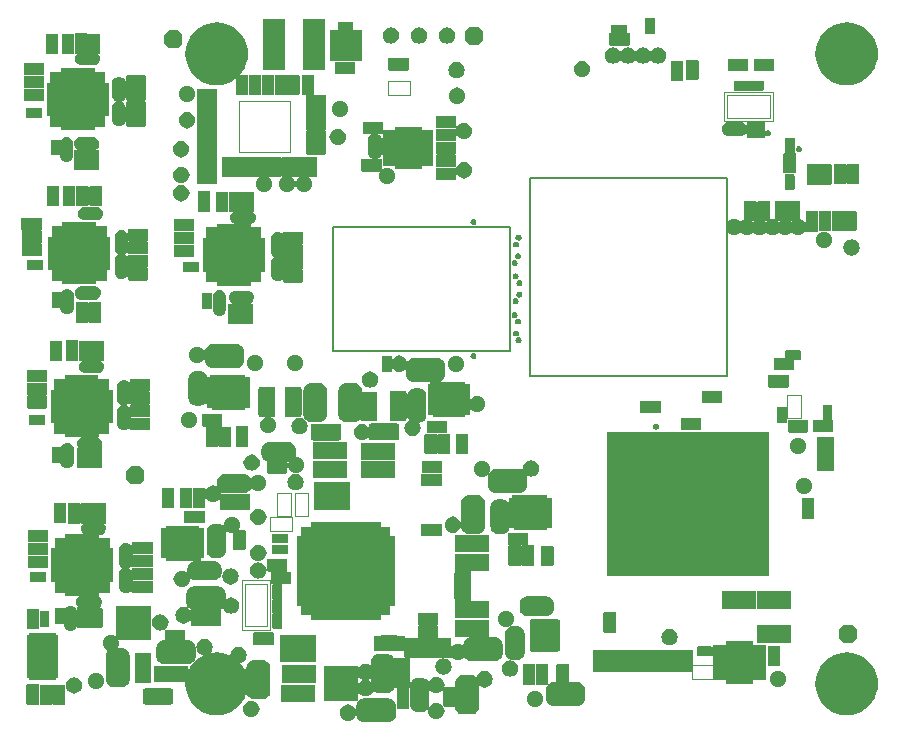
<source format=gbr>
%TF.GenerationSoftware,Altium Limited,Altium Designer,25.7.1 (20)*%
G04 Layer_Color=11065270*
%FSLAX45Y45*%
%MOMM*%
%TF.SameCoordinates,1AA72D45-9F13-4BD8-B423-63960E99F270*%
%TF.FilePolarity,Positive*%
%TF.FileFunction,Other,Top_Courtyard*%
%TF.Part,Single*%
G01*
G75*
%TA.AperFunction,NonConductor*%
%ADD94C,0.15240*%
%ADD108C,0.02540*%
%ADD126C,0.20000*%
G36*
X5496916Y6029274D02*
X5498414D01*
Y5915482D01*
X5496916D01*
Y5905271D01*
X5416093D01*
Y5915482D01*
X5414594D01*
Y6029274D01*
X5416093D01*
Y6039485D01*
X5496916D01*
Y6029274D01*
D02*
G37*
G36*
X3755310Y5955932D02*
X3771993Y5949022D01*
X3786319Y5938029D01*
X3797311Y5923703D01*
X3804222Y5907020D01*
X3806579Y5889117D01*
X3804222Y5871214D01*
X3797311Y5854531D01*
X3786319Y5840205D01*
X3771993Y5829212D01*
X3755310Y5822302D01*
X3737407Y5819945D01*
X3719504Y5822302D01*
X3702821Y5829212D01*
X3688495Y5840205D01*
X3677502Y5854531D01*
X3670592Y5871214D01*
X3668235Y5889117D01*
X3670592Y5907020D01*
X3677502Y5923703D01*
X3688495Y5938029D01*
X3702821Y5949022D01*
X3719504Y5955932D01*
X3737407Y5958289D01*
X3755310Y5955932D01*
D02*
G37*
G36*
X3516143D02*
X3532826Y5949022D01*
X3547152Y5938029D01*
X3558145Y5923703D01*
X3565055Y5907020D01*
X3567412Y5889117D01*
X3565055Y5871214D01*
X3558145Y5854531D01*
X3547152Y5840205D01*
X3532826Y5829212D01*
X3516143Y5822302D01*
X3498240Y5819945D01*
X3480337Y5822302D01*
X3463654Y5829212D01*
X3449329Y5840205D01*
X3438336Y5854531D01*
X3431425Y5871214D01*
X3429069Y5889117D01*
X3431425Y5907020D01*
X3438336Y5923703D01*
X3449329Y5938029D01*
X3463654Y5949022D01*
X3480337Y5955932D01*
X3498240Y5958289D01*
X3516143Y5955932D01*
D02*
G37*
G36*
X3276977D02*
X3293660Y5949022D01*
X3307986Y5938029D01*
X3318979Y5923703D01*
X3325889Y5907020D01*
X3328246Y5889117D01*
X3325889Y5871214D01*
X3318979Y5854531D01*
X3307986Y5840205D01*
X3293660Y5829212D01*
X3276977Y5822302D01*
X3259074Y5819945D01*
X3241171Y5822302D01*
X3224488Y5829212D01*
X3210162Y5840205D01*
X3199169Y5854531D01*
X3192259Y5871214D01*
X3189902Y5889117D01*
X3192259Y5907020D01*
X3199169Y5923703D01*
X3210162Y5938029D01*
X3224488Y5949022D01*
X3241171Y5955932D01*
X3259074Y5958289D01*
X3276977Y5955932D01*
D02*
G37*
G36*
X4040886Y5926963D02*
Y5851271D01*
X4002786Y5813171D01*
X3927094D01*
X3888994Y5851271D01*
Y5926963D01*
X3927094Y5965063D01*
X4002786D01*
X4040886Y5926963D01*
D02*
G37*
G36*
X5247894Y5975528D02*
X5258105D01*
Y5910529D01*
X5273954D01*
Y5908421D01*
X5281854D01*
Y5806821D01*
X5273954D01*
Y5804713D01*
X5118151D01*
Y5806821D01*
X5110251D01*
Y5908421D01*
X5118151D01*
Y5910529D01*
X5123891D01*
Y5975528D01*
X5134102D01*
Y5977026D01*
X5247894D01*
Y5975528D01*
D02*
G37*
G36*
X1493520Y5895975D02*
Y5820283D01*
X1455420Y5782183D01*
X1379728D01*
X1341628Y5820283D01*
Y5895975D01*
X1379728Y5934075D01*
X1455420D01*
X1493520Y5895975D01*
D02*
G37*
G36*
X5540371Y5787657D02*
X5557054Y5780747D01*
X5571380Y5769754D01*
X5582373Y5755428D01*
X5589283Y5738745D01*
X5591640Y5720842D01*
X5589283Y5702939D01*
X5582373Y5686256D01*
X5571380Y5671930D01*
X5557054Y5660937D01*
X5540371Y5654027D01*
X5522468Y5651670D01*
X5504565Y5654027D01*
X5487882Y5660937D01*
X5473556Y5671930D01*
X5462563Y5686256D01*
X5458968Y5694936D01*
X5455373Y5686256D01*
X5444380Y5671930D01*
X5430054Y5660937D01*
X5413371Y5654027D01*
X5395468Y5651670D01*
X5377565Y5654027D01*
X5360882Y5660937D01*
X5346556Y5671930D01*
X5335563Y5686256D01*
X5331968Y5694936D01*
X5328373Y5686256D01*
X5317380Y5671930D01*
X5303054Y5660937D01*
X5286371Y5654027D01*
X5268468Y5651670D01*
X5250565Y5654027D01*
X5233882Y5660937D01*
X5219556Y5671930D01*
X5208563Y5686256D01*
X5204968Y5694936D01*
X5201373Y5686256D01*
X5190380Y5671930D01*
X5176054Y5660937D01*
X5159371Y5654027D01*
X5141468Y5651670D01*
X5123565Y5654027D01*
X5106882Y5660937D01*
X5092556Y5671930D01*
X5081563Y5686256D01*
X5074653Y5702939D01*
X5072296Y5720842D01*
X5074653Y5738745D01*
X5081563Y5755428D01*
X5092556Y5769754D01*
X5106882Y5780747D01*
X5123565Y5787657D01*
X5141468Y5790014D01*
X5159371Y5787657D01*
X5176054Y5780747D01*
X5190380Y5769754D01*
X5201373Y5755428D01*
X5204968Y5746748D01*
X5208563Y5755428D01*
X5219556Y5769754D01*
X5233882Y5780747D01*
X5250565Y5787657D01*
X5268468Y5790014D01*
X5286371Y5787657D01*
X5303054Y5780747D01*
X5317380Y5769754D01*
X5328373Y5755428D01*
X5331968Y5746748D01*
X5335563Y5755428D01*
X5346556Y5769754D01*
X5360882Y5780747D01*
X5377565Y5787657D01*
X5395468Y5790014D01*
X5413371Y5787657D01*
X5430054Y5780747D01*
X5444380Y5769754D01*
X5455373Y5755428D01*
X5458968Y5746748D01*
X5462563Y5755428D01*
X5473556Y5769754D01*
X5487882Y5780747D01*
X5504565Y5787657D01*
X5522468Y5790014D01*
X5540371Y5787657D01*
D02*
G37*
G36*
X576783Y5897702D02*
X578891D01*
Y5741899D01*
X576783D01*
Y5733999D01*
X475183D01*
Y5741899D01*
X473075D01*
Y5897702D01*
X475183D01*
Y5905602D01*
X576783D01*
Y5897702D01*
D02*
G37*
G36*
X442570Y5896127D02*
X444678D01*
Y5740324D01*
X442570D01*
Y5732424D01*
X340970D01*
Y5740324D01*
X338861D01*
Y5896127D01*
X340970D01*
Y5904027D01*
X442570D01*
Y5896127D01*
D02*
G37*
G36*
X2938628Y5933237D02*
X3013050D01*
Y5675224D01*
X2742286D01*
Y5933237D01*
X2816708D01*
Y6005271D01*
X2938628D01*
Y5933237D01*
D02*
G37*
G36*
X689508Y5899201D02*
X691617D01*
Y5750154D01*
X695274D01*
Y5897728D01*
X697382D01*
Y5905627D01*
X798982D01*
Y5897728D01*
X801091D01*
Y5741924D01*
X798982D01*
Y5734025D01*
X781461D01*
X788947Y5726913D01*
X798114Y5706986D01*
X799239Y5685080D01*
X792160Y5664319D01*
X777888Y5647662D01*
X758457Y5637485D01*
X747547Y5636362D01*
Y5636362D01*
X747039Y5635854D01*
X628738D01*
X607733Y5644554D01*
X591656Y5660631D01*
X582955Y5681636D01*
Y5704372D01*
X591656Y5725377D01*
X601777Y5735498D01*
X587908D01*
Y5743397D01*
X585800D01*
Y5899201D01*
X587908D01*
Y5907100D01*
X689508D01*
Y5899201D01*
D02*
G37*
G36*
X2704998Y5599049D02*
X2517038D01*
Y6025769D01*
X2704998D01*
Y5599049D01*
D02*
G37*
G36*
X2364715D02*
X2176755D01*
Y6025769D01*
X2364715D01*
Y5599049D01*
D02*
G37*
G36*
X3403448Y5696179D02*
X3411347D01*
Y5594579D01*
X3403448D01*
Y5592470D01*
X3247644D01*
Y5594579D01*
X3239745D01*
Y5696179D01*
X3247644D01*
Y5698287D01*
X3403448D01*
Y5696179D01*
D02*
G37*
G36*
X6495593Y5691226D02*
X6503492D01*
Y5589626D01*
X6495593D01*
Y5587517D01*
X6339789D01*
Y5589626D01*
X6331890D01*
Y5691226D01*
X6339789D01*
Y5693334D01*
X6495593D01*
Y5691226D01*
D02*
G37*
G36*
X6277331Y5689473D02*
X6285230D01*
Y5587873D01*
X6277331D01*
Y5585765D01*
X6121527D01*
Y5587873D01*
X6113628D01*
Y5689473D01*
X6121527D01*
Y5691581D01*
X6277331D01*
Y5689473D01*
D02*
G37*
G36*
X2951785Y5663794D02*
X2959684D01*
Y5562194D01*
X2951785D01*
Y5560085D01*
X2795981D01*
Y5562194D01*
X2788082D01*
Y5663794D01*
X2795981D01*
Y5665902D01*
X2951785D01*
Y5663794D01*
D02*
G37*
G36*
X317449Y5654827D02*
X325349D01*
Y5553227D01*
X317449D01*
Y5551119D01*
X161646D01*
Y5553227D01*
X153746D01*
Y5654827D01*
X161646D01*
Y5656936D01*
X317449D01*
Y5654827D01*
D02*
G37*
G36*
X4894525Y5670258D02*
X4911208Y5663348D01*
X4925534Y5652355D01*
X4936527Y5638029D01*
X4943437Y5621346D01*
X4945794Y5603443D01*
X4943437Y5585540D01*
X4936527Y5568857D01*
X4925534Y5554531D01*
X4911208Y5543539D01*
X4894525Y5536628D01*
X4876622Y5534271D01*
X4858719Y5536628D01*
X4842036Y5543539D01*
X4827710Y5554531D01*
X4816718Y5568857D01*
X4809807Y5585540D01*
X4807450Y5603443D01*
X4809807Y5621346D01*
X4816718Y5638029D01*
X4827710Y5652355D01*
X4842036Y5663348D01*
X4858719Y5670258D01*
X4876622Y5672615D01*
X4894525Y5670258D01*
D02*
G37*
G36*
X3834812Y5663222D02*
X3851495Y5656312D01*
X3865821Y5645319D01*
X3876813Y5630993D01*
X3883724Y5614310D01*
X3886081Y5596407D01*
X3883724Y5578504D01*
X3876813Y5561821D01*
X3865821Y5547496D01*
X3851495Y5536503D01*
X3834812Y5529592D01*
X3816909Y5527236D01*
X3799006Y5529592D01*
X3782323Y5536503D01*
X3767997Y5547496D01*
X3757004Y5561821D01*
X3750094Y5578504D01*
X3747737Y5596407D01*
X3750094Y5614310D01*
X3757004Y5630993D01*
X3767997Y5645319D01*
X3782323Y5656312D01*
X3799006Y5663222D01*
X3816909Y5665579D01*
X3834812Y5663222D01*
D02*
G37*
G36*
X5863514Y5674665D02*
X5865622D01*
Y5518861D01*
X5863514D01*
Y5510962D01*
X5761914D01*
Y5518861D01*
X5759806D01*
Y5674665D01*
X5761914D01*
Y5682564D01*
X5863514D01*
Y5674665D01*
D02*
G37*
G36*
X6409284Y5505145D02*
X6419494D01*
Y5424322D01*
X6409284D01*
Y5422824D01*
X6295492D01*
Y5422925D01*
X6291936D01*
Y5421427D01*
X6178144D01*
Y5422925D01*
X6167933D01*
Y5503748D01*
X6178144D01*
Y5505247D01*
X6291936D01*
Y5505145D01*
X6295492D01*
Y5506644D01*
X6409284D01*
Y5505145D01*
D02*
G37*
G36*
X5735828Y5667731D02*
X5737936D01*
Y5511927D01*
X5735828D01*
Y5504028D01*
X5634228D01*
Y5511927D01*
X5632120D01*
Y5667731D01*
X5634228D01*
Y5675630D01*
X5735828D01*
Y5667731D01*
D02*
G37*
G36*
X7160970Y5996704D02*
X7201401Y5986998D01*
X7239815Y5971086D01*
X7275268Y5949360D01*
X7306885Y5922357D01*
X7333889Y5890739D01*
X7355614Y5855287D01*
X7371526Y5816872D01*
X7381233Y5776441D01*
X7384495Y5734990D01*
X7381233Y5693538D01*
X7371526Y5653108D01*
X7355614Y5614693D01*
X7333889Y5579240D01*
X7306885Y5547623D01*
X7275268Y5520619D01*
X7239815Y5498894D01*
X7201401Y5482982D01*
X7160970Y5473275D01*
X7119518Y5470013D01*
X7078067Y5473275D01*
X7037636Y5482982D01*
X6999221Y5498894D01*
X6987393Y5506142D01*
X6963769Y5520619D01*
X6932151Y5547623D01*
X6905148Y5579240D01*
X6883422Y5614693D01*
X6867511Y5653108D01*
X6857804Y5693538D01*
X6854542Y5734990D01*
X6857804Y5776441D01*
X6867511Y5816872D01*
X6883422Y5855287D01*
X6905148Y5890739D01*
X6932151Y5922357D01*
X6963769Y5949360D01*
X6987393Y5963838D01*
X6999221Y5971086D01*
X7037636Y5986998D01*
X7078067Y5996704D01*
X7119518Y5999967D01*
X7160970Y5996704D01*
D02*
G37*
G36*
X1180262Y5550408D02*
X1188161D01*
Y5448808D01*
X1180262D01*
Y5446700D01*
X1024458D01*
Y5448808D01*
X1016559D01*
Y5550408D01*
X1024458D01*
Y5552516D01*
X1180262D01*
Y5550408D01*
D02*
G37*
G36*
X318211Y5547690D02*
X326111D01*
Y5446090D01*
X318211D01*
Y5443982D01*
X162408D01*
Y5446090D01*
X154508D01*
Y5547690D01*
X162408D01*
Y5549798D01*
X318211D01*
Y5547690D01*
D02*
G37*
G36*
X2486762Y5548935D02*
X2488870D01*
Y5393131D01*
X2486762D01*
Y5385232D01*
X2385162D01*
Y5393131D01*
X2383053D01*
Y5548935D01*
X2385162D01*
Y5556834D01*
X2486762D01*
Y5548935D01*
D02*
G37*
G36*
X2380234Y5548757D02*
X2382342D01*
Y5392953D01*
X2380234D01*
Y5385054D01*
X2278634D01*
Y5392953D01*
X2276526D01*
Y5548757D01*
X2278634D01*
Y5556656D01*
X2380234D01*
Y5548757D01*
D02*
G37*
G36*
X2269185Y5546395D02*
X2271293D01*
Y5390591D01*
X2269185D01*
Y5382692D01*
X2167585D01*
Y5390591D01*
X2165477D01*
Y5546395D01*
X2167585D01*
Y5554294D01*
X2269185D01*
Y5546395D01*
D02*
G37*
G36*
X2160245D02*
X2162353D01*
Y5390591D01*
X2160245D01*
Y5382692D01*
X2058645D01*
Y5390591D01*
X2056536D01*
Y5546395D01*
X2058645D01*
Y5554294D01*
X2160245D01*
Y5546395D01*
D02*
G37*
G36*
X1826970Y5996704D02*
X1867401Y5986998D01*
X1905815Y5971086D01*
X1941268Y5949360D01*
X1972885Y5922357D01*
X1999889Y5890739D01*
X2021614Y5855287D01*
X2037526Y5816872D01*
X2047233Y5776441D01*
X2050495Y5734990D01*
X2047233Y5693538D01*
X2037526Y5653108D01*
X2021614Y5614693D01*
X1999889Y5579240D01*
X1978583Y5554294D01*
X2053057D01*
Y5546395D01*
X2055165D01*
Y5390591D01*
X2053057D01*
Y5382692D01*
X1951457D01*
Y5390591D01*
X1949348D01*
Y5527521D01*
X1941268Y5520619D01*
X1905815Y5498894D01*
X1867401Y5482982D01*
X1826970Y5473275D01*
X1785518Y5470013D01*
X1744067Y5473275D01*
X1703636Y5482982D01*
X1665221Y5498894D01*
X1653393Y5506142D01*
X1629769Y5520619D01*
X1598151Y5547623D01*
X1571148Y5579240D01*
X1549422Y5614693D01*
X1533511Y5653108D01*
X1523804Y5693538D01*
X1520542Y5734990D01*
X1523804Y5776441D01*
X1533511Y5816872D01*
X1549422Y5855287D01*
X1571148Y5890739D01*
X1598151Y5922357D01*
X1629769Y5949360D01*
X1653393Y5963838D01*
X1665221Y5971086D01*
X1703636Y5986998D01*
X1744067Y5996704D01*
X1785518Y5999967D01*
X1826970Y5996704D01*
D02*
G37*
G36*
X1180262Y5441188D02*
X1188161D01*
Y5339588D01*
X1180262D01*
Y5337480D01*
X1024458D01*
Y5339588D01*
X1016559D01*
Y5441188D01*
X1024458D01*
Y5443296D01*
X1180262D01*
Y5441188D01*
D02*
G37*
G36*
X317500Y5436286D02*
X325399D01*
Y5334686D01*
X317500D01*
Y5332578D01*
X161696D01*
Y5334686D01*
X153797D01*
Y5436286D01*
X161696D01*
Y5438394D01*
X317500D01*
Y5436286D01*
D02*
G37*
G36*
X1552266Y5463553D02*
X1568949Y5456643D01*
X1583275Y5445650D01*
X1594268Y5431324D01*
X1601178Y5414641D01*
X1603535Y5396738D01*
X1601178Y5378835D01*
X1594268Y5362152D01*
X1583275Y5347826D01*
X1568949Y5336833D01*
X1552266Y5329923D01*
X1534363Y5327566D01*
X1516460Y5329923D01*
X1499777Y5336833D01*
X1485451Y5347826D01*
X1474459Y5362152D01*
X1467548Y5378835D01*
X1465191Y5396738D01*
X1467548Y5414641D01*
X1474459Y5431324D01*
X1485451Y5445650D01*
X1499777Y5456643D01*
X1516460Y5463553D01*
X1534363Y5465910D01*
X1552266Y5463553D01*
D02*
G37*
G36*
X3840146Y5447576D02*
X3856829Y5440666D01*
X3871155Y5429673D01*
X3882147Y5415347D01*
X3889058Y5398664D01*
X3891415Y5380761D01*
X3889058Y5362858D01*
X3882147Y5346175D01*
X3871155Y5331850D01*
X3856829Y5320857D01*
X3840146Y5313946D01*
X3822243Y5311590D01*
X3804340Y5313946D01*
X3787657Y5320857D01*
X3773331Y5331850D01*
X3762338Y5346175D01*
X3755428Y5362858D01*
X3753071Y5380761D01*
X3755428Y5398664D01*
X3762338Y5415347D01*
X3773331Y5429673D01*
X3787657Y5440666D01*
X3804340Y5447576D01*
X3822243Y5449933D01*
X3840146Y5447576D01*
D02*
G37*
G36*
X1180262Y5329936D02*
X1188161D01*
Y5228336D01*
X1180262D01*
Y5226228D01*
X1024458D01*
Y5228336D01*
X1016559D01*
Y5329936D01*
X1024458D01*
Y5332044D01*
X1180262D01*
Y5329936D01*
D02*
G37*
G36*
X2845609Y5335105D02*
X2862292Y5328195D01*
X2876618Y5317202D01*
X2887610Y5302876D01*
X2894521Y5286193D01*
X2896878Y5268290D01*
X2894521Y5250387D01*
X2887610Y5233704D01*
X2876618Y5219378D01*
X2862292Y5208386D01*
X2845609Y5201475D01*
X2827706Y5199118D01*
X2809803Y5201475D01*
X2793120Y5208386D01*
X2778794Y5219378D01*
X2767801Y5233704D01*
X2760891Y5250387D01*
X2758534Y5268290D01*
X2760891Y5286193D01*
X2767801Y5302876D01*
X2778794Y5317202D01*
X2793120Y5328195D01*
X2809803Y5335105D01*
X2827706Y5337462D01*
X2845609Y5335105D01*
D02*
G37*
G36*
X297155Y5272837D02*
X307365D01*
Y5192014D01*
X297155D01*
Y5190515D01*
X183363D01*
Y5192014D01*
X173152D01*
Y5272837D01*
X183363D01*
Y5274335D01*
X297155D01*
Y5272837D01*
D02*
G37*
G36*
X990029Y5533630D02*
X1006106Y5517554D01*
X1014806Y5496549D01*
Y5485181D01*
Y5383581D01*
Y5372613D01*
X1006673Y5352242D01*
X991565Y5336339D01*
X980275Y5331146D01*
X985655Y5329311D01*
X1002312Y5315039D01*
X1012489Y5295608D01*
X1013612Y5284699D01*
X1013612D01*
X1014120Y5284191D01*
Y5177257D01*
Y5165889D01*
X1005420Y5144884D01*
X989343Y5128807D01*
X968338Y5120107D01*
X945602D01*
X924597Y5128807D01*
X908521Y5144884D01*
X899820Y5165889D01*
Y5177257D01*
Y5278857D01*
Y5289824D01*
X907954Y5310195D01*
X923061Y5326098D01*
X934351Y5331292D01*
X928971Y5333126D01*
X912315Y5347398D01*
X902138Y5366829D01*
X901014Y5377739D01*
X901014D01*
X900506Y5378247D01*
Y5485181D01*
Y5496549D01*
X909207Y5517554D01*
X925283Y5533630D01*
X946288Y5542331D01*
X969024D01*
X990029Y5533630D01*
D02*
G37*
G36*
X1180262Y5220970D02*
X1188161D01*
Y5119370D01*
X1180262D01*
Y5117262D01*
X1024458D01*
Y5119370D01*
X1016559D01*
Y5220970D01*
X1024458D01*
Y5223078D01*
X1180262D01*
Y5220970D01*
D02*
G37*
G36*
X1550336Y5237950D02*
X1567019Y5231040D01*
X1581345Y5220047D01*
X1592337Y5205721D01*
X1599248Y5189038D01*
X1601605Y5171135D01*
X1599248Y5153232D01*
X1592337Y5136549D01*
X1581345Y5122223D01*
X1567019Y5111231D01*
X1550336Y5104320D01*
X1532433Y5101963D01*
X1514530Y5104320D01*
X1497847Y5111231D01*
X1483521Y5122223D01*
X1472528Y5136549D01*
X1465618Y5153232D01*
X1463261Y5171135D01*
X1465618Y5189038D01*
X1472528Y5205721D01*
X1483521Y5220047D01*
X1497847Y5231040D01*
X1514530Y5237950D01*
X1532433Y5240307D01*
X1550336Y5237950D01*
D02*
G37*
G36*
X3807206Y5206136D02*
X3815105D01*
Y5111005D01*
X3816999Y5115577D01*
X3827992Y5129902D01*
X3842318Y5140895D01*
X3859001Y5147806D01*
X3876904Y5150162D01*
X3894807Y5147806D01*
X3911490Y5140895D01*
X3925815Y5129902D01*
X3936808Y5115577D01*
X3943719Y5098894D01*
X3946075Y5080991D01*
X3943719Y5063088D01*
X3936808Y5046405D01*
X3925815Y5032079D01*
X3911490Y5021086D01*
X3894807Y5014176D01*
X3876904Y5011819D01*
X3859001Y5014176D01*
X3842318Y5021086D01*
X3827992Y5032079D01*
X3816999Y5046405D01*
X3815105Y5050976D01*
Y4996840D01*
X3807206D01*
Y4994732D01*
X3651402D01*
Y4996840D01*
X3643503D01*
Y5098440D01*
X3651402D01*
Y5100549D01*
X3807206D01*
Y5098440D01*
X3810029D01*
X3810089Y5098894D01*
X3812426Y5104536D01*
X3807206D01*
Y5102428D01*
X3651402D01*
Y5104536D01*
X3643503D01*
Y5206136D01*
X3651402D01*
Y5208245D01*
X3807206D01*
Y5206136D01*
D02*
G37*
G36*
X751459Y5581523D02*
X843686D01*
Y5489296D01*
X873049D01*
Y5207965D01*
X843686D01*
Y5115738D01*
X756539D01*
Y5086350D01*
X470103D01*
Y5115738D01*
X377876D01*
Y5207965D01*
X348513D01*
Y5489296D01*
X377876D01*
Y5581523D01*
X470103D01*
Y5610936D01*
X751459D01*
Y5581523D01*
D02*
G37*
G36*
X2610891Y5548935D02*
X2613000D01*
Y5393131D01*
X2610891D01*
Y5385867D01*
X2702357D01*
Y5383759D01*
X2710256D01*
Y5282159D01*
Y5188915D01*
X2710332D01*
Y5087315D01*
X2702433D01*
Y5085207D01*
X2546629D01*
Y5087315D01*
X2538730D01*
Y5181422D01*
X2538654D01*
Y5282159D01*
Y5383759D01*
X2546553D01*
Y5385232D01*
X2509291D01*
Y5393131D01*
X2507183D01*
Y5548935D01*
X2509291D01*
Y5556834D01*
X2610891D01*
Y5548935D01*
D02*
G37*
G36*
X6254459Y5148134D02*
X6270535Y5132058D01*
X6277102Y5116204D01*
Y5146218D01*
X6278601D01*
Y5156429D01*
X6359423D01*
Y5156225D01*
X6427724D01*
Y5146015D01*
X6429223D01*
Y5064818D01*
X6430874Y5073121D01*
X6436488Y5081523D01*
X6442073Y5085255D01*
X6444890Y5087137D01*
X6454800Y5089108D01*
X6464711Y5087137D01*
X6473113Y5081523D01*
X6478727Y5073121D01*
X6480698Y5063211D01*
X6478727Y5053300D01*
X6473113Y5044898D01*
X6464711Y5039284D01*
X6454800Y5037313D01*
X6444890Y5039284D01*
X6442073Y5041166D01*
X6436488Y5044898D01*
X6430874Y5053300D01*
X6429223Y5061603D01*
Y5032223D01*
X6427724D01*
Y5022012D01*
X6346901D01*
Y5022215D01*
X6278601D01*
Y5032426D01*
X6277102D01*
Y5083166D01*
X6270535Y5067312D01*
X6254459Y5051236D01*
X6233454Y5042535D01*
X6109118D01*
X6088113Y5051236D01*
X6072036Y5067312D01*
X6063336Y5088317D01*
Y5111053D01*
X6072036Y5132058D01*
X6088113Y5148134D01*
X6109118Y5156835D01*
X6233454D01*
X6254459Y5148134D01*
D02*
G37*
G36*
X546824Y5023268D02*
X562901Y5007192D01*
X571602Y4986187D01*
Y4974819D01*
Y4873219D01*
Y4861851D01*
X562901Y4840846D01*
X546824Y4824769D01*
X525819Y4816069D01*
X503084D01*
X482079Y4824769D01*
X466002Y4840846D01*
X457302Y4861851D01*
Y4873219D01*
Y4874514D01*
X386410D01*
Y4884725D01*
X384912D01*
Y4998517D01*
X386410D01*
Y5008728D01*
X467233D01*
Y5008423D01*
X482079Y5023268D01*
X503084Y5031969D01*
X525819D01*
X546824Y5023268D01*
D02*
G37*
G36*
X2827676Y5097539D02*
X2844359Y5090629D01*
X2858685Y5079636D01*
X2869678Y5065310D01*
X2876588Y5048627D01*
X2878945Y5030724D01*
X2876588Y5012821D01*
X2869678Y4996138D01*
X2858685Y4981812D01*
X2844359Y4970819D01*
X2827676Y4963909D01*
X2809773Y4961552D01*
X2791870Y4963909D01*
X2775187Y4970819D01*
X2760862Y4981812D01*
X2749869Y4996138D01*
X2742958Y5012821D01*
X2740602Y5030724D01*
X2742958Y5048627D01*
X2749869Y5065310D01*
X2760862Y5079636D01*
X2775187Y5090629D01*
X2791870Y5097539D01*
X2809773Y5099896D01*
X2827676Y5097539D01*
D02*
G37*
G36*
X6724578Y4954701D02*
X6732980Y4949087D01*
X6738594Y4940686D01*
X6740565Y4930775D01*
X6738594Y4920864D01*
X6732980Y4912463D01*
X6724578Y4906849D01*
X6714668Y4904877D01*
X6704757Y4906849D01*
X6701940Y4908731D01*
X6696355Y4912463D01*
X6690742Y4920864D01*
X6688770Y4930775D01*
X6690742Y4940686D01*
X6696355Y4949087D01*
X6701940Y4952819D01*
X6704757Y4954701D01*
X6714668Y4956673D01*
X6724578Y4954701D01*
D02*
G37*
G36*
X3807206Y4989474D02*
X3815105D01*
Y4887874D01*
X3807206D01*
Y4885766D01*
X3651402D01*
Y4887874D01*
X3643503D01*
Y4989474D01*
X3651402D01*
Y4991583D01*
X3807206D01*
Y4989474D01*
D02*
G37*
G36*
X2702357Y5081549D02*
X2710256D01*
Y4984115D01*
X2711806D01*
Y4882515D01*
X2703906D01*
Y4880407D01*
X2548103D01*
Y4882515D01*
X2540203D01*
Y4979949D01*
X2538654D01*
Y5081549D01*
X2546553D01*
Y5083658D01*
X2702357D01*
Y5081549D01*
D02*
G37*
G36*
X1503778Y4992383D02*
X1520461Y4985473D01*
X1534786Y4974480D01*
X1545779Y4960154D01*
X1552690Y4943471D01*
X1555046Y4925568D01*
X1552690Y4907665D01*
X1545779Y4890982D01*
X1534786Y4876656D01*
X1520461Y4865663D01*
X1503778Y4858753D01*
X1485875Y4856396D01*
X1467972Y4858753D01*
X1451289Y4865663D01*
X1436963Y4876656D01*
X1425970Y4890982D01*
X1419060Y4907665D01*
X1416703Y4925568D01*
X1419060Y4943471D01*
X1425970Y4960154D01*
X1436963Y4974480D01*
X1451289Y4985473D01*
X1467972Y4992383D01*
X1485875Y4994740D01*
X1503778Y4992383D01*
D02*
G37*
G36*
X3807206Y4880254D02*
X3815105D01*
Y4778654D01*
X3807206D01*
Y4776546D01*
X3651402D01*
Y4778654D01*
X3643503D01*
Y4880254D01*
X3651402D01*
Y4882363D01*
X3807206D01*
Y4880254D01*
D02*
G37*
G36*
X3894781Y4814913D02*
X3911464Y4808003D01*
X3925790Y4797010D01*
X3936783Y4782684D01*
X3943693Y4766001D01*
X3946050Y4748098D01*
X3943693Y4730195D01*
X3936783Y4713512D01*
X3925790Y4699186D01*
X3911464Y4688194D01*
X3894781Y4681283D01*
X3876878Y4678926D01*
X3858975Y4681283D01*
X3842292Y4688194D01*
X3827966Y4699186D01*
X3816974Y4713512D01*
X3815105Y4718023D01*
Y4667402D01*
X3807206D01*
Y4665294D01*
X3651402D01*
Y4667402D01*
X3643503D01*
Y4769002D01*
X3651402D01*
Y4771111D01*
X3807206D01*
Y4769002D01*
X3811306D01*
X3816974Y4782684D01*
X3827966Y4797010D01*
X3842292Y4808003D01*
X3858975Y4814913D01*
X3876878Y4817270D01*
X3894781Y4814913D01*
D02*
G37*
G36*
X3186252Y5155997D02*
X3194152D01*
Y5088661D01*
X3294405D01*
Y5115560D01*
X3520211D01*
Y5088661D01*
X3620719D01*
Y4786859D01*
X3520211D01*
Y4759960D01*
X3294405D01*
Y4786859D01*
X3193898D01*
Y5054397D01*
X3186252D01*
Y5052289D01*
X3155103D01*
X3157589Y5051259D01*
X3173665Y5035182D01*
X3182366Y5014177D01*
Y5002809D01*
Y4901209D01*
Y4889842D01*
X3173665Y4868837D01*
X3157589Y4852760D01*
X3136584Y4844059D01*
X3113848D01*
X3092843Y4852760D01*
X3076767Y4868837D01*
X3068066Y4889842D01*
Y4901209D01*
Y5002809D01*
Y5014177D01*
X3076767Y5035182D01*
X3092843Y5051259D01*
X3095329Y5052289D01*
X3030449D01*
Y5054397D01*
X3022549D01*
Y5155997D01*
X3030449D01*
Y5158105D01*
X3186252D01*
Y5155997D01*
D02*
G37*
G36*
X766135Y5024064D02*
X782038Y5008956D01*
X791205Y4989029D01*
X792330Y4967123D01*
X785251Y4946362D01*
X770979Y4929706D01*
X758666Y4923257D01*
X788467D01*
Y4915357D01*
X790575D01*
Y4759554D01*
X788467D01*
Y4751654D01*
X686867D01*
Y4759554D01*
X684759D01*
Y4915357D01*
X686867D01*
Y4917897D01*
X681025D01*
Y4914900D01*
X683133D01*
Y4759096D01*
X681025D01*
Y4751197D01*
X579425D01*
Y4759096D01*
X577317D01*
Y4914900D01*
X579425D01*
Y4922799D01*
X609994D01*
X600824Y4926598D01*
X584747Y4942674D01*
X576047Y4963679D01*
Y4986415D01*
X584747Y5007420D01*
X600824Y5023497D01*
X621829Y5032197D01*
X745764D01*
X766135Y5024064D01*
D02*
G37*
G36*
X6678270Y5010709D02*
X6679768D01*
Y4896917D01*
X6678270D01*
Y4893234D01*
X6688277D01*
Y4885334D01*
X6690385D01*
Y4729531D01*
X6688277D01*
Y4721631D01*
X6586677D01*
Y4729531D01*
X6584569D01*
Y4885334D01*
X6586677D01*
Y4893234D01*
X6597447D01*
Y4896917D01*
X6595948D01*
Y5010709D01*
X6597447D01*
Y5020920D01*
X6678270D01*
Y5010709D01*
D02*
G37*
G36*
X2134540Y4854118D02*
X2135099D01*
Y4861179D01*
X2236699D01*
Y4861077D01*
X2328418D01*
Y4853178D01*
X2330526D01*
Y4697374D01*
X2328418D01*
Y4689475D01*
X2226818D01*
Y4689577D01*
X2224778D01*
X2236309Y4680729D01*
X2247302Y4666403D01*
X2254212Y4649720D01*
X2256569Y4631817D01*
X2254212Y4613914D01*
X2247302Y4597231D01*
X2236309Y4582905D01*
X2221983Y4571912D01*
X2205300Y4565002D01*
X2187397Y4562645D01*
X2169494Y4565002D01*
X2152811Y4571912D01*
X2138485Y4582905D01*
X2127493Y4597231D01*
X2120582Y4613914D01*
X2118225Y4631817D01*
X2120582Y4649720D01*
X2127493Y4666403D01*
X2138485Y4680729D01*
X2150016Y4689577D01*
X2135099D01*
Y4697476D01*
X2134540D01*
Y4690415D01*
X2035226D01*
Y4689577D01*
X1832889D01*
Y4697476D01*
X1830781D01*
Y4853280D01*
X1832889D01*
Y4861179D01*
X2032940D01*
Y4862017D01*
X2134540D01*
Y4854118D01*
D02*
G37*
G36*
X1504717Y4777245D02*
X1521400Y4770335D01*
X1535726Y4759342D01*
X1546719Y4745016D01*
X1553629Y4728333D01*
X1555986Y4710430D01*
X1553629Y4692527D01*
X1546719Y4675844D01*
X1535726Y4661518D01*
X1521400Y4650525D01*
X1504717Y4643615D01*
X1486814Y4641258D01*
X1468911Y4643615D01*
X1452228Y4650525D01*
X1437903Y4661518D01*
X1426910Y4675844D01*
X1419999Y4692527D01*
X1417643Y4710430D01*
X1419999Y4728333D01*
X1426910Y4745016D01*
X1437903Y4759342D01*
X1452228Y4770335D01*
X1468911Y4777245D01*
X1486814Y4779602D01*
X1504717Y4777245D01*
D02*
G37*
G36*
X7221499Y4794047D02*
X7223608D01*
Y4638243D01*
X7221499D01*
Y4630344D01*
X7119899D01*
Y4638243D01*
X7117791D01*
Y4794047D01*
X7119899D01*
Y4801946D01*
X7221499D01*
Y4794047D01*
D02*
G37*
G36*
X3175406Y4840935D02*
X3183306D01*
Y4750633D01*
X3194516Y4759235D01*
X3211199Y4766145D01*
X3229102Y4768502D01*
X3247005Y4766145D01*
X3263688Y4759235D01*
X3278014Y4748242D01*
X3289007Y4733916D01*
X3295917Y4717233D01*
X3298274Y4699330D01*
X3295917Y4681427D01*
X3289007Y4664744D01*
X3278014Y4650418D01*
X3263688Y4639426D01*
X3247005Y4632515D01*
X3229102Y4630158D01*
X3211199Y4632515D01*
X3194516Y4639426D01*
X3180190Y4650418D01*
X3169197Y4664744D01*
X3162287Y4681427D01*
X3159930Y4699330D01*
X3162287Y4717233D01*
X3169197Y4733916D01*
X3171738Y4737227D01*
X3019603D01*
Y4739335D01*
X3011703D01*
Y4840935D01*
X3019603D01*
Y4843043D01*
X3175406D01*
Y4840935D01*
D02*
G37*
G36*
X1779422Y5438521D02*
X1787322D01*
Y5336921D01*
Y5236185D01*
Y5135448D01*
Y5034712D01*
Y4933975D01*
Y4833239D01*
Y4732503D01*
Y4631766D01*
X1779422D01*
Y4629658D01*
X1623619D01*
Y4631766D01*
X1615719D01*
Y4732503D01*
Y4833239D01*
Y4933975D01*
Y5034712D01*
Y5135448D01*
Y5236185D01*
Y5336921D01*
Y5438521D01*
X1623619D01*
Y5440629D01*
X1779422D01*
Y5438521D01*
D02*
G37*
G36*
X7113956Y4792040D02*
X7116064D01*
Y4636237D01*
X7113956D01*
Y4628337D01*
X7012356D01*
Y4636237D01*
X7010248D01*
Y4792040D01*
X7012356D01*
Y4799940D01*
X7113956D01*
Y4792040D01*
D02*
G37*
G36*
X6884594Y4791532D02*
X6886702D01*
Y4635729D01*
X6884594D01*
Y4627829D01*
X6782994D01*
Y4635729D01*
X6780886D01*
Y4791532D01*
X6782994D01*
Y4799432D01*
X6884594D01*
Y4791532D01*
D02*
G37*
G36*
X6990893Y4791507D02*
X6993001D01*
Y4635703D01*
X6990893D01*
Y4627804D01*
X6889293D01*
Y4635703D01*
X6887185D01*
Y4791507D01*
X6889293D01*
Y4799406D01*
X6990893D01*
Y4791507D01*
D02*
G37*
G36*
X6677711Y4703547D02*
X6679209D01*
Y4589755D01*
X6677711D01*
Y4579544D01*
X6596888D01*
Y4589755D01*
X6595389D01*
Y4703547D01*
X6596888D01*
Y4713757D01*
X6677711D01*
Y4703547D01*
D02*
G37*
G36*
X2635428Y4855058D02*
X2637536D01*
Y4699254D01*
X2635428D01*
Y4691355D01*
X2562481D01*
X2576263Y4680780D01*
X2587255Y4666454D01*
X2594166Y4649771D01*
X2596523Y4631868D01*
X2594166Y4613965D01*
X2587255Y4597282D01*
X2576263Y4582956D01*
X2561937Y4571963D01*
X2545254Y4565053D01*
X2527351Y4562696D01*
X2509448Y4565053D01*
X2492765Y4571963D01*
X2478439Y4582956D01*
X2467446Y4597282D01*
X2460536Y4613965D01*
X2458179Y4631868D01*
X2460536Y4649771D01*
X2467446Y4666454D01*
X2478439Y4680780D01*
X2489903Y4689577D01*
X2417618D01*
X2430009Y4680068D01*
X2441002Y4665743D01*
X2447913Y4649060D01*
X2450269Y4631157D01*
X2447913Y4613254D01*
X2441002Y4596571D01*
X2430009Y4582245D01*
X2415684Y4571252D01*
X2399001Y4564342D01*
X2381098Y4561985D01*
X2363195Y4564342D01*
X2346512Y4571252D01*
X2332186Y4582245D01*
X2321193Y4596571D01*
X2314283Y4613254D01*
X2311926Y4631157D01*
X2314283Y4649060D01*
X2321193Y4665743D01*
X2332186Y4680068D01*
X2344577Y4689577D01*
X2336571D01*
Y4697476D01*
X2334463D01*
Y4853280D01*
X2336571D01*
Y4861179D01*
X2533828D01*
Y4862957D01*
X2635428D01*
Y4855058D01*
D02*
G37*
G36*
X1504717Y4620095D02*
X1521400Y4613185D01*
X1535726Y4602192D01*
X1546719Y4587866D01*
X1553629Y4571183D01*
X1555986Y4553280D01*
X1553629Y4535377D01*
X1546719Y4518694D01*
X1535726Y4504368D01*
X1521400Y4493376D01*
X1504717Y4486465D01*
X1486814Y4484108D01*
X1468911Y4486465D01*
X1452228Y4493376D01*
X1437903Y4504368D01*
X1426910Y4518694D01*
X1419999Y4535377D01*
X1417643Y4553280D01*
X1419999Y4571183D01*
X1426910Y4587866D01*
X1437903Y4602192D01*
X1452228Y4613185D01*
X1468911Y4620095D01*
X1486814Y4622452D01*
X1504717Y4620095D01*
D02*
G37*
G36*
X811124Y4610862D02*
X813232D01*
Y4455058D01*
X811124D01*
Y4447159D01*
X709524D01*
Y4455058D01*
X707415D01*
Y4610862D01*
X709524D01*
Y4618761D01*
X811124D01*
Y4610862D01*
D02*
G37*
G36*
X700126Y4609795D02*
X702234D01*
Y4453992D01*
X700126D01*
Y4446092D01*
X598526D01*
Y4453992D01*
X596417D01*
Y4609795D01*
X598526D01*
Y4617695D01*
X700126D01*
Y4609795D01*
D02*
G37*
G36*
X588340Y4609770D02*
X590448D01*
Y4453966D01*
X588340D01*
Y4446067D01*
X486740D01*
Y4453966D01*
X484632D01*
Y4609770D01*
X486740D01*
Y4617669D01*
X588340D01*
Y4609770D01*
D02*
G37*
G36*
X449224Y4609541D02*
X451333D01*
Y4453738D01*
X449224D01*
Y4445838D01*
X347624D01*
Y4453738D01*
X345516D01*
Y4609541D01*
X347624D01*
Y4617441D01*
X449224D01*
Y4609541D01*
D02*
G37*
G36*
X2101647Y4556887D02*
X2103755D01*
Y4401083D01*
X2101647D01*
Y4393184D01*
X2093973D01*
X2106165Y4381602D01*
X2115333Y4361675D01*
X2116457Y4339769D01*
X2109379Y4319008D01*
X2095107Y4302351D01*
X2075676Y4292174D01*
X2072513Y4291848D01*
Y4264431D01*
X2164740D01*
Y4172204D01*
X2194103D01*
Y3890874D01*
X2164740D01*
Y3798646D01*
X2077593D01*
Y3769258D01*
X1791157D01*
Y3798646D01*
X1698930D01*
Y3890874D01*
X1669567D01*
Y4172204D01*
X1698930D01*
Y4264431D01*
X1791157D01*
Y4293845D01*
X1937985D01*
X1924951Y4299243D01*
X1908875Y4315320D01*
X1900174Y4336325D01*
Y4359061D01*
X1908875Y4380066D01*
X1921993Y4393184D01*
X1890573D01*
Y4401083D01*
X1888465D01*
Y4556887D01*
X1890573D01*
Y4564786D01*
X1992173D01*
Y4556887D01*
X1994281D01*
Y4404843D01*
X1997939D01*
Y4556887D01*
X2000047D01*
Y4564786D01*
X2101647D01*
Y4556887D01*
D02*
G37*
G36*
X1729816Y4562907D02*
X1731924D01*
Y4407103D01*
X1729816D01*
Y4399204D01*
X1628216D01*
Y4407103D01*
X1626108D01*
Y4562907D01*
X1628216D01*
Y4570806D01*
X1729816D01*
Y4562907D01*
D02*
G37*
G36*
X7201433Y4397248D02*
X7203542D01*
Y4241444D01*
X7201433D01*
Y4233545D01*
X7099833D01*
Y4241444D01*
X7098081D01*
Y4240657D01*
X7095973D01*
Y4232758D01*
X6994373D01*
Y4240657D01*
X6992264D01*
Y4396461D01*
X6994373D01*
Y4404360D01*
X7095973D01*
Y4396461D01*
X7097725D01*
Y4397248D01*
X7099833D01*
Y4405147D01*
X7201433D01*
Y4397248D01*
D02*
G37*
G36*
X1882699Y4556887D02*
X1884807D01*
Y4401083D01*
X1882699D01*
Y4393184D01*
X1781099D01*
Y4401083D01*
X1778991D01*
Y4556887D01*
X1781099D01*
Y4564786D01*
X1882699D01*
Y4556887D01*
D02*
G37*
G36*
X6721805Y4481043D02*
X6723913D01*
Y4333763D01*
X6727592Y4333278D01*
X6744275Y4326368D01*
X6758601Y4315375D01*
X6769594Y4301049D01*
X6774510Y4289181D01*
Y4393895D01*
X6776618D01*
Y4401795D01*
X6878218D01*
Y4393895D01*
X6880327D01*
Y4238092D01*
X6878218D01*
Y4230192D01*
X6776618D01*
Y4238092D01*
X6774510D01*
Y4243746D01*
X6769594Y4231877D01*
X6758601Y4217552D01*
X6744275Y4206559D01*
X6727592Y4199648D01*
X6709689Y4197292D01*
X6691786Y4199648D01*
X6675103Y4206559D01*
X6660778Y4217552D01*
X6655079Y4224978D01*
X6649381Y4217552D01*
X6635055Y4206559D01*
X6618372Y4199648D01*
X6600469Y4197292D01*
X6582566Y4199648D01*
X6565883Y4206559D01*
X6551558Y4217552D01*
X6545859Y4224978D01*
X6540161Y4217552D01*
X6525835Y4206559D01*
X6509152Y4199648D01*
X6491249Y4197292D01*
X6473346Y4199648D01*
X6456663Y4206559D01*
X6442338Y4217552D01*
X6436639Y4224978D01*
X6430941Y4217552D01*
X6416615Y4206559D01*
X6399932Y4199648D01*
X6382029Y4197292D01*
X6364126Y4199648D01*
X6347443Y4206559D01*
X6333118Y4217552D01*
X6327419Y4224978D01*
X6321721Y4217552D01*
X6307395Y4206559D01*
X6290712Y4199648D01*
X6272809Y4197292D01*
X6254906Y4199648D01*
X6238223Y4206559D01*
X6223898Y4217552D01*
X6218199Y4224978D01*
X6212501Y4217552D01*
X6198175Y4206559D01*
X6181492Y4199648D01*
X6163589Y4197292D01*
X6145686Y4199648D01*
X6129003Y4206559D01*
X6114678Y4217552D01*
X6103685Y4231877D01*
X6096774Y4248560D01*
X6094418Y4266463D01*
X6096774Y4284366D01*
X6103685Y4301049D01*
X6114678Y4315375D01*
X6129003Y4326368D01*
X6145686Y4333278D01*
X6163589Y4335635D01*
X6181492Y4333278D01*
X6198175Y4326368D01*
X6212501Y4315375D01*
X6218199Y4307949D01*
X6223898Y4315375D01*
X6238223Y4326368D01*
X6252032Y4332088D01*
Y4480458D01*
X6254140D01*
Y4488358D01*
X6355740D01*
Y4480458D01*
X6357849D01*
Y4330678D01*
X6364072Y4333256D01*
Y4479722D01*
X6366180D01*
Y4487621D01*
X6467780D01*
Y4479722D01*
X6469888D01*
Y4331846D01*
X6473346Y4333278D01*
X6491249Y4335635D01*
X6509152Y4333278D01*
X6510782Y4332603D01*
Y4479493D01*
X6512890D01*
Y4487393D01*
X6614490D01*
Y4479493D01*
X6616598D01*
Y4333512D01*
X6618097Y4333315D01*
Y4481043D01*
X6620205D01*
Y4488942D01*
X6721805D01*
Y4481043D01*
D02*
G37*
G36*
X798419Y4429577D02*
X814321Y4414469D01*
X823489Y4394542D01*
X824613Y4372636D01*
X817535Y4351875D01*
X803263Y4335219D01*
X783832Y4325042D01*
X772922Y4323918D01*
Y4323918D01*
X772414Y4323410D01*
X654112D01*
X633107Y4332111D01*
X617031Y4348187D01*
X608330Y4369192D01*
Y4391928D01*
X617031Y4412933D01*
X633107Y4429010D01*
X654112Y4437710D01*
X778047D01*
X798419Y4429577D01*
D02*
G37*
G36*
X3969466Y4335525D02*
X3977868Y4329912D01*
X3983481Y4321510D01*
X3985453Y4311599D01*
X3983481Y4301689D01*
X3977868Y4293287D01*
X3969466Y4287673D01*
X3959555Y4285702D01*
X3949645Y4287673D01*
X3946828Y4289555D01*
X3941243Y4293287D01*
X3935629Y4301689D01*
X3933658Y4311599D01*
X3935629Y4321510D01*
X3941243Y4329912D01*
X3946828Y4333644D01*
X3949645Y4335525D01*
X3959555Y4337497D01*
X3969466Y4335525D01*
D02*
G37*
G36*
X296342Y4344746D02*
X304241D01*
Y4243146D01*
X296342D01*
Y4241038D01*
X140538D01*
Y4243146D01*
X132639D01*
Y4344746D01*
X140538D01*
Y4346854D01*
X296342D01*
Y4344746D01*
D02*
G37*
G36*
X1589100Y4336796D02*
X1597000D01*
Y4235196D01*
X1589100D01*
Y4233088D01*
X1433297D01*
Y4235196D01*
X1425397D01*
Y4336796D01*
X1433297D01*
Y4338904D01*
X1589100D01*
Y4336796D01*
D02*
G37*
G36*
X6987108Y4394530D02*
X6989216D01*
Y4238727D01*
X6987108D01*
Y4230827D01*
X6885508D01*
Y4238727D01*
X6883400D01*
Y4394530D01*
X6885508D01*
Y4402430D01*
X6987108D01*
Y4394530D01*
D02*
G37*
G36*
X1197966Y4248455D02*
X1205865D01*
Y4146855D01*
X1197966D01*
Y4144747D01*
X1197051D01*
Y4142689D01*
X1204951D01*
Y4041089D01*
X1197051D01*
Y4038981D01*
X1041248D01*
Y4041089D01*
X1033348D01*
Y4064696D01*
X1029584Y4055267D01*
X1014476Y4039365D01*
X1006887Y4035873D01*
X1023343Y4021773D01*
X1033520Y4002342D01*
X1034263Y3995130D01*
Y4027729D01*
X1042162D01*
Y4029837D01*
X1197966D01*
Y4027729D01*
X1205865D01*
Y3926129D01*
X1197966D01*
Y3924021D01*
X1042162D01*
Y3926129D01*
X1035152D01*
Y3917493D01*
X1042162D01*
Y3919601D01*
X1197966D01*
Y3917493D01*
X1205865D01*
Y3815893D01*
X1197966D01*
Y3813785D01*
X1042162D01*
Y3815893D01*
X1034263D01*
Y3870476D01*
X1026451Y3851617D01*
X1010374Y3835541D01*
X989369Y3826840D01*
X966634D01*
X945629Y3835541D01*
X929552Y3851617D01*
X920852Y3872622D01*
Y3883990D01*
Y3985590D01*
Y3996558D01*
X928985Y4016929D01*
X944092Y4032832D01*
X951682Y4036323D01*
X935225Y4050423D01*
X925048Y4069854D01*
X923925Y4080764D01*
X923925D01*
X923417Y4081272D01*
Y4188206D01*
Y4199574D01*
X932118Y4220579D01*
X948194Y4236655D01*
X969199Y4245356D01*
X991935D01*
X1012940Y4236655D01*
X1029016Y4220579D01*
X1034263Y4207914D01*
Y4248455D01*
X1042162D01*
Y4250563D01*
X1197966D01*
Y4248455D01*
D02*
G37*
G36*
X2508987Y4227500D02*
X2516886D01*
Y4125900D01*
X2508987D01*
Y4123792D01*
X2358593D01*
Y4122166D01*
X2509291D01*
Y4120058D01*
X2517191D01*
Y4018458D01*
X2509291D01*
Y4016350D01*
X2353488D01*
Y4018458D01*
X2345588D01*
Y4030124D01*
X2335352Y4019349D01*
X2331646Y4017644D01*
X2332135Y4017478D01*
X2345563Y4005972D01*
Y4012184D01*
X2353462D01*
Y4014292D01*
X2509266D01*
Y4012184D01*
X2517165D01*
Y3910584D01*
X2509266D01*
Y3908476D01*
X2360600D01*
Y3903040D01*
X2509977D01*
Y3900932D01*
X2517877D01*
Y3799332D01*
X2509977D01*
Y3797224D01*
X2354174D01*
Y3799332D01*
X2346274D01*
Y3827425D01*
X2335823Y3816974D01*
X2314818Y3808273D01*
X2292082D01*
X2271077Y3816974D01*
X2255000Y3833050D01*
X2246300Y3854055D01*
Y3865423D01*
Y3967023D01*
Y3977990D01*
X2254433Y3998361D01*
X2269541Y4014264D01*
X2273247Y4015969D01*
X2272758Y4016136D01*
X2256102Y4030408D01*
X2245925Y4049839D01*
X2244801Y4060749D01*
X2244801D01*
X2244293Y4061257D01*
Y4168191D01*
Y4179559D01*
X2252994Y4200564D01*
X2269070Y4216640D01*
X2290075Y4225341D01*
X2312811D01*
X2333816Y4216640D01*
X2345284Y4205173D01*
Y4227500D01*
X2353183D01*
Y4229608D01*
X2508987D01*
Y4227500D01*
D02*
G37*
G36*
X4351380Y4202556D02*
X4359782Y4196943D01*
X4365396Y4188541D01*
X4367367Y4178630D01*
X4365396Y4168720D01*
X4359782Y4160318D01*
X4351380Y4154704D01*
X4341470Y4152733D01*
X4331559Y4154704D01*
X4328742Y4156586D01*
X4323157Y4160318D01*
X4317543Y4168720D01*
X4315572Y4178630D01*
X4317543Y4188541D01*
X4323157Y4196943D01*
X4328742Y4200675D01*
X4331559Y4202556D01*
X4341470Y4204528D01*
X4351380Y4202556D01*
D02*
G37*
G36*
X297078Y4237609D02*
X304978D01*
Y4136009D01*
X297078D01*
Y4133901D01*
X141275D01*
Y4136009D01*
X133375D01*
Y4237609D01*
X141275D01*
Y4239717D01*
X297078D01*
Y4237609D01*
D02*
G37*
G36*
X1588821Y4226179D02*
X1596720D01*
Y4124579D01*
X1588821D01*
Y4122471D01*
X1433017D01*
Y4124579D01*
X1425118D01*
Y4226179D01*
X1433017D01*
Y4228287D01*
X1588821D01*
Y4226179D01*
D02*
G37*
G36*
X4330501Y4145508D02*
X4338903Y4139894D01*
X4344517Y4131492D01*
X4346488Y4121582D01*
X4344517Y4111671D01*
X4338903Y4103269D01*
X4330501Y4097656D01*
X4320591Y4095684D01*
X4310680Y4097656D01*
X4307863Y4099537D01*
X4302278Y4103269D01*
X4296665Y4111671D01*
X4294693Y4121582D01*
X4296665Y4131492D01*
X4302278Y4139894D01*
X4307863Y4143626D01*
X4310680Y4145508D01*
X4320591Y4147479D01*
X4330501Y4145508D01*
D02*
G37*
G36*
X6947277Y4226065D02*
X6963960Y4219155D01*
X6978286Y4208162D01*
X6989279Y4193836D01*
X6996189Y4177153D01*
X6998546Y4159250D01*
X6996189Y4141347D01*
X6989279Y4124664D01*
X6978286Y4110338D01*
X6963960Y4099345D01*
X6947277Y4092435D01*
X6929374Y4090078D01*
X6911471Y4092435D01*
X6894788Y4099345D01*
X6880462Y4110338D01*
X6869469Y4124664D01*
X6862559Y4141347D01*
X6860202Y4159250D01*
X6862559Y4177153D01*
X6869469Y4193836D01*
X6880462Y4208162D01*
X6894788Y4219155D01*
X6911471Y4226065D01*
X6929374Y4228422D01*
X6947277Y4226065D01*
D02*
G37*
G36*
X7178773Y4161295D02*
X7195456Y4154385D01*
X7209781Y4143392D01*
X7220774Y4129066D01*
X7227685Y4112383D01*
X7230041Y4094480D01*
X7227685Y4076577D01*
X7220774Y4059894D01*
X7209781Y4045568D01*
X7195456Y4034575D01*
X7178773Y4027665D01*
X7160870Y4025308D01*
X7142967Y4027665D01*
X7126284Y4034575D01*
X7111958Y4045568D01*
X7100965Y4059894D01*
X7094055Y4076577D01*
X7091698Y4094480D01*
X7094055Y4112383D01*
X7100965Y4129066D01*
X7111958Y4143392D01*
X7126284Y4154385D01*
X7142967Y4161295D01*
X7160870Y4163652D01*
X7178773Y4161295D01*
D02*
G37*
G36*
X297078Y4127373D02*
X304978D01*
Y4025773D01*
X297078D01*
Y4023665D01*
X141275D01*
Y4025773D01*
X133375D01*
Y4127373D01*
X141275D01*
Y4129481D01*
X297078D01*
Y4127373D01*
D02*
G37*
G36*
X1589075Y4114927D02*
X1596974D01*
Y4013327D01*
X1589075D01*
Y4011219D01*
X1433271D01*
Y4013327D01*
X1425372D01*
Y4114927D01*
X1433271D01*
Y4117035D01*
X1589075D01*
Y4114927D01*
D02*
G37*
G36*
X4347037Y4044162D02*
X4355439Y4038548D01*
X4361052Y4030146D01*
X4363024Y4020236D01*
X4361052Y4010325D01*
X4355439Y4001923D01*
X4347037Y3996310D01*
X4337126Y3994338D01*
X4327216Y3996310D01*
X4324399Y3998191D01*
X4318814Y4001923D01*
X4313200Y4010325D01*
X4311229Y4020236D01*
X4313200Y4030146D01*
X4318814Y4038548D01*
X4324399Y4042280D01*
X4327216Y4044162D01*
X4337126Y4046133D01*
X4347037Y4044162D01*
D02*
G37*
G36*
X4318513Y3989273D02*
X4326914Y3983659D01*
X4332528Y3975257D01*
X4334500Y3965346D01*
X4332528Y3955436D01*
X4326914Y3947034D01*
X4318513Y3941420D01*
X4308602Y3939449D01*
X4298691Y3941420D01*
X4295875Y3943302D01*
X4290290Y3947034D01*
X4284676Y3955436D01*
X4282704Y3965346D01*
X4284676Y3975257D01*
X4290290Y3983659D01*
X4295875Y3987391D01*
X4298691Y3989273D01*
X4308602Y3991244D01*
X4318513Y3989273D01*
D02*
G37*
G36*
X305943Y3988486D02*
X316154D01*
Y3907663D01*
X305943D01*
Y3906164D01*
X192151D01*
Y3907663D01*
X181940D01*
Y3988486D01*
X192151D01*
Y3989984D01*
X305943D01*
Y3988486D01*
D02*
G37*
G36*
X1623060Y3969461D02*
X1633271D01*
Y3888638D01*
X1623060D01*
Y3887140D01*
X1509268D01*
Y3888638D01*
X1499057D01*
Y3969461D01*
X1509268D01*
Y3970960D01*
X1623060D01*
Y3969461D01*
D02*
G37*
G36*
X4326387Y3873957D02*
X4334788Y3868343D01*
X4340402Y3859941D01*
X4342374Y3850030D01*
X4340402Y3840120D01*
X4334788Y3831718D01*
X4326387Y3826104D01*
X4316476Y3824133D01*
X4306565Y3826104D01*
X4303749Y3827986D01*
X4298164Y3831718D01*
X4292550Y3840120D01*
X4290578Y3850030D01*
X4292550Y3859941D01*
X4298164Y3868343D01*
X4303749Y3872075D01*
X4306565Y3873957D01*
X4316476Y3875928D01*
X4326387Y3873957D01*
D02*
G37*
G36*
X761517Y4279494D02*
X853745D01*
Y4187266D01*
X883107D01*
Y3905936D01*
X853745D01*
Y3813708D01*
X766597D01*
Y3784321D01*
X480162D01*
Y3813708D01*
X387934D01*
Y3905936D01*
X358572D01*
Y4187266D01*
X387934D01*
Y4279494D01*
X480162D01*
Y4308907D01*
X761517D01*
Y4279494D01*
D02*
G37*
G36*
X4358924Y3817111D02*
X4367326Y3811498D01*
X4372940Y3803096D01*
X4374911Y3793185D01*
X4372940Y3783275D01*
X4367326Y3774873D01*
X4358924Y3769259D01*
X4349013Y3767288D01*
X4339103Y3769259D01*
X4336286Y3771141D01*
X4330701Y3774873D01*
X4325087Y3783275D01*
X4323116Y3793185D01*
X4325087Y3803096D01*
X4330701Y3811498D01*
X4336286Y3815230D01*
X4339103Y3817111D01*
X4349013Y3819083D01*
X4358924Y3817111D01*
D02*
G37*
G36*
Y3720007D02*
X4367326Y3714393D01*
X4372940Y3705992D01*
X4374911Y3696081D01*
X4372940Y3686170D01*
X4367326Y3677769D01*
X4358924Y3672155D01*
X4349013Y3670183D01*
X4339103Y3672155D01*
X4336286Y3674037D01*
X4330701Y3677769D01*
X4325087Y3686170D01*
X4323116Y3696081D01*
X4325087Y3705992D01*
X4330701Y3714393D01*
X4336286Y3718125D01*
X4339103Y3720007D01*
X4349013Y3721979D01*
X4358924Y3720007D01*
D02*
G37*
G36*
X778480Y3757493D02*
X794382Y3742385D01*
X803550Y3722458D01*
X804674Y3700552D01*
X797596Y3679791D01*
X783324Y3663135D01*
X763893Y3652958D01*
X752983Y3651834D01*
Y3651834D01*
X752475Y3651326D01*
X634173D01*
X613168Y3660027D01*
X597092Y3676103D01*
X588391Y3697108D01*
Y3719844D01*
X597092Y3740849D01*
X613168Y3756926D01*
X634173Y3765626D01*
X758108D01*
X778480Y3757493D01*
D02*
G37*
G36*
X4326387Y3663162D02*
X4334788Y3657548D01*
X4340402Y3649146D01*
X4342374Y3639236D01*
X4340402Y3629325D01*
X4334788Y3620923D01*
X4326387Y3615310D01*
X4316476Y3613338D01*
X4306565Y3615310D01*
X4303749Y3617191D01*
X4298164Y3620923D01*
X4292550Y3629325D01*
X4290578Y3639236D01*
X4292550Y3649146D01*
X4298164Y3657548D01*
X4303749Y3661280D01*
X4306565Y3663162D01*
X4316476Y3665133D01*
X4326387Y3663162D01*
D02*
G37*
G36*
X1742719Y3696132D02*
X1744218D01*
Y3582340D01*
X1742719D01*
Y3572129D01*
X1661897D01*
Y3582340D01*
X1660398D01*
Y3696132D01*
X1661897D01*
Y3706343D01*
X1742719D01*
Y3696132D01*
D02*
G37*
G36*
X551879Y3736479D02*
X567955Y3720402D01*
X576656Y3699397D01*
Y3688029D01*
Y3586429D01*
Y3575061D01*
X567955Y3554056D01*
X551879Y3537980D01*
X530874Y3529279D01*
X508138D01*
X487133Y3537980D01*
X471057Y3554056D01*
X462356Y3575061D01*
Y3581095D01*
X393497D01*
Y3591306D01*
X391998D01*
Y3705098D01*
X393497D01*
Y3715309D01*
X468947D01*
X471057Y3720402D01*
X487133Y3736479D01*
X508138Y3745179D01*
X530874D01*
X551879Y3736479D01*
D02*
G37*
G36*
X1843113Y3724210D02*
X1859190Y3708134D01*
X1867891Y3687129D01*
Y3675761D01*
Y3574161D01*
Y3562793D01*
X1859190Y3541788D01*
X1843113Y3525712D01*
X1822108Y3517011D01*
X1799373D01*
X1778368Y3525712D01*
X1762291Y3541788D01*
X1753591Y3562793D01*
Y3574161D01*
Y3675761D01*
Y3687129D01*
X1762291Y3708134D01*
X1778368Y3724210D01*
X1799373Y3732911D01*
X1822108D01*
X1843113Y3724210D01*
D02*
G37*
G36*
X4318513Y3547846D02*
X4326914Y3542232D01*
X4332528Y3533830D01*
X4334500Y3523920D01*
X4332528Y3514009D01*
X4326914Y3505607D01*
X4318513Y3499994D01*
X4308602Y3498022D01*
X4298691Y3499994D01*
X4295875Y3501875D01*
X4290290Y3505607D01*
X4284676Y3514009D01*
X4282704Y3523920D01*
X4284676Y3533830D01*
X4290290Y3542232D01*
X4295875Y3545964D01*
X4298691Y3547846D01*
X4308602Y3549817D01*
X4318513Y3547846D01*
D02*
G37*
G36*
X694309Y3623412D02*
X696417D01*
Y3467608D01*
X694309D01*
Y3459709D01*
X592709D01*
Y3467608D01*
X590601D01*
Y3623412D01*
X592709D01*
Y3631311D01*
X694309D01*
Y3623412D01*
D02*
G37*
G36*
X802869Y3622243D02*
X804977D01*
Y3466440D01*
X802869D01*
Y3458540D01*
X701269D01*
Y3466440D01*
X699160D01*
Y3622243D01*
X701269D01*
Y3630143D01*
X802869D01*
Y3622243D01*
D02*
G37*
G36*
X2076013Y3721018D02*
X2091916Y3705911D01*
X2101083Y3685984D01*
X2102208Y3664078D01*
X2095129Y3643317D01*
X2080857Y3626660D01*
X2062531Y3617062D01*
X2093874D01*
Y3609162D01*
X2095983D01*
Y3453359D01*
X2093874D01*
Y3445459D01*
X1992274D01*
Y3453359D01*
X1990166D01*
Y3609162D01*
X1992274D01*
Y3614852D01*
X1982876D01*
Y3610026D01*
X1984985D01*
Y3454222D01*
X1982876D01*
Y3446323D01*
X1881276D01*
Y3454222D01*
X1879168D01*
Y3610026D01*
X1881276D01*
Y3617925D01*
X1924287D01*
X1910702Y3623553D01*
X1894625Y3639629D01*
X1885925Y3660634D01*
Y3683370D01*
X1894625Y3704375D01*
X1910702Y3720451D01*
X1931707Y3729152D01*
X2055642D01*
X2076013Y3721018D01*
D02*
G37*
G36*
X4347037Y3492957D02*
X4355439Y3487343D01*
X4361052Y3478941D01*
X4363024Y3469030D01*
X4361052Y3459120D01*
X4355439Y3450718D01*
X4347037Y3445104D01*
X4337126Y3443133D01*
X4327216Y3445104D01*
X4324399Y3446986D01*
X4318814Y3450718D01*
X4313200Y3459120D01*
X4311229Y3469030D01*
X4313200Y3478941D01*
X4318814Y3487343D01*
X4324399Y3491075D01*
X4327216Y3492957D01*
X4337126Y3494928D01*
X4347037Y3492957D01*
D02*
G37*
G36*
X4330501Y3391611D02*
X4338903Y3385997D01*
X4344517Y3377595D01*
X4346488Y3367684D01*
X4344517Y3357774D01*
X4338903Y3349372D01*
X4330501Y3343758D01*
X4320591Y3341787D01*
X4310680Y3343758D01*
X4307863Y3345640D01*
X4302278Y3349372D01*
X4296665Y3357774D01*
X4294693Y3367684D01*
X4296665Y3377595D01*
X4302278Y3385997D01*
X4307863Y3389729D01*
X4310680Y3391611D01*
X4320591Y3393582D01*
X4330501Y3391611D01*
D02*
G37*
G36*
X4351380Y3334562D02*
X4359782Y3328948D01*
X4365396Y3320547D01*
X4367367Y3310636D01*
X4365396Y3300725D01*
X4359782Y3292324D01*
X4351380Y3286710D01*
X4341470Y3284738D01*
X4331559Y3286710D01*
X4328742Y3288592D01*
X4323157Y3292324D01*
X4317543Y3300725D01*
X4315572Y3310636D01*
X4317543Y3320547D01*
X4323157Y3328948D01*
X4328742Y3332680D01*
X4331559Y3334562D01*
X4341470Y3336534D01*
X4351380Y3334562D01*
D02*
G37*
G36*
X1971044Y3273839D02*
X1983755Y3268574D01*
X1995196Y3260930D01*
X2004925Y3251201D01*
X2012569Y3239760D01*
X2017835Y3227048D01*
X2020519Y3213553D01*
Y3206674D01*
Y3143174D01*
Y3136294D01*
X2017835Y3122799D01*
X2012569Y3110087D01*
X2004925Y3098647D01*
X1995196Y3088918D01*
X1983755Y3081273D01*
X1971044Y3076008D01*
X1957549Y3073324D01*
X1750749D01*
X1737255Y3076008D01*
X1724543Y3081273D01*
X1713102Y3088918D01*
X1703373Y3098647D01*
X1695729Y3110087D01*
X1690463Y3122799D01*
X1687779Y3136294D01*
Y3143174D01*
Y3184391D01*
X1685557Y3167511D01*
X1678647Y3150828D01*
X1667654Y3136502D01*
X1653328Y3125509D01*
X1636645Y3118599D01*
X1618742Y3116242D01*
X1600839Y3118599D01*
X1584156Y3125509D01*
X1569830Y3136502D01*
X1558837Y3150828D01*
X1551927Y3167511D01*
X1549570Y3185414D01*
X1551927Y3203317D01*
X1558837Y3220000D01*
X1569830Y3234326D01*
X1584156Y3245319D01*
X1600839Y3252229D01*
X1618742Y3254586D01*
X1636645Y3252229D01*
X1653328Y3245319D01*
X1667654Y3234326D01*
X1678647Y3220000D01*
X1685557Y3203317D01*
X1687779Y3186437D01*
Y3206674D01*
Y3213553D01*
X1690463Y3227048D01*
X1695729Y3239760D01*
X1703373Y3251201D01*
X1713102Y3260930D01*
X1724543Y3268574D01*
X1737255Y3273839D01*
X1750749Y3276524D01*
X1957549D01*
X1971044Y3273839D01*
D02*
G37*
G36*
X3969466Y3201593D02*
X3977868Y3195979D01*
X3983481Y3187578D01*
X3985453Y3177667D01*
X3983481Y3167756D01*
X3977868Y3159355D01*
X3969466Y3153741D01*
X3959555Y3151769D01*
X3949645Y3153741D01*
X3946828Y3155623D01*
X3941243Y3159355D01*
X3935629Y3167756D01*
X3933658Y3177667D01*
X3935629Y3187578D01*
X3941243Y3195979D01*
X3946828Y3199711D01*
X3949645Y3201593D01*
X3959555Y3203565D01*
X3969466Y3201593D01*
D02*
G37*
G36*
X3349850Y3178061D02*
X3366533Y3171151D01*
X3380858Y3160158D01*
X3391851Y3145832D01*
X3398762Y3129149D01*
X3399220Y3125666D01*
X3404945Y3134234D01*
X3414674Y3143963D01*
X3426114Y3151607D01*
X3438826Y3156873D01*
X3452321Y3159557D01*
X3659120D01*
X3672615Y3156873D01*
X3685327Y3151607D01*
X3696768Y3143963D01*
X3706497Y3134234D01*
X3714141Y3122793D01*
X3719406Y3110081D01*
X3722091Y3096587D01*
Y3089707D01*
Y3026207D01*
Y3019327D01*
X3719406Y3005832D01*
X3714141Y2993121D01*
X3706497Y2981680D01*
X3696768Y2971951D01*
X3685327Y2964307D01*
X3672615Y2959041D01*
X3667037Y2957932D01*
X3890467D01*
Y2937485D01*
X3932758D01*
Y2806120D01*
X3943409Y2820001D01*
X3957735Y2830994D01*
X3974418Y2837904D01*
X3992321Y2840261D01*
X4010224Y2837904D01*
X4026907Y2830994D01*
X4041233Y2820001D01*
X4052226Y2805675D01*
X4059136Y2788992D01*
X4061493Y2771089D01*
X4059136Y2753186D01*
X4052226Y2736503D01*
X4041233Y2722177D01*
X4026907Y2711185D01*
X4010224Y2704274D01*
X3992321Y2701917D01*
X3974418Y2704274D01*
X3957735Y2711185D01*
X3943409Y2722177D01*
X3932758Y2736058D01*
Y2676677D01*
X3890467D01*
Y2661310D01*
X3614268D01*
Y2676677D01*
X3571977D01*
Y2937485D01*
X3594049D01*
Y2956357D01*
X3452321D01*
X3438826Y2959041D01*
X3426114Y2964307D01*
X3414674Y2971951D01*
X3404945Y2981680D01*
X3397301Y2993121D01*
X3392035Y3005832D01*
X3389351Y3019327D01*
Y3026207D01*
Y3073401D01*
X3380858Y3062334D01*
X3366533Y3051341D01*
X3349850Y3044431D01*
X3331947Y3042074D01*
X3314044Y3044431D01*
X3297361Y3051341D01*
X3283035Y3062334D01*
X3272042Y3076660D01*
X3271291Y3078472D01*
Y3050616D01*
X3269793D01*
Y3040405D01*
X3188970D01*
Y3050616D01*
X3187471D01*
Y3164408D01*
X3188970D01*
Y3174619D01*
X3269793D01*
Y3164408D01*
X3271291D01*
Y3144020D01*
X3272042Y3145832D01*
X3283035Y3160158D01*
X3297361Y3171151D01*
X3314044Y3178061D01*
X3331947Y3180418D01*
X3349850Y3178061D01*
D02*
G37*
G36*
X829640Y3299409D02*
X831748D01*
Y3143606D01*
X829640D01*
Y3135706D01*
X803034D01*
X806801Y3134202D01*
X822703Y3119095D01*
X831871Y3099168D01*
X832995Y3077262D01*
X825917Y3056501D01*
X811645Y3039844D01*
X792214Y3029667D01*
X781304Y3028544D01*
Y3028544D01*
X780796Y3028036D01*
X662494D01*
X641489Y3036736D01*
X625413Y3052813D01*
X616712Y3073818D01*
Y3096554D01*
X625413Y3117559D01*
X641489Y3133635D01*
X645754Y3135401D01*
X619836D01*
Y3143301D01*
X617728D01*
Y3299104D01*
X619836D01*
Y3307004D01*
X721436D01*
Y3299104D01*
X723544D01*
Y3143301D01*
X721436D01*
Y3142336D01*
X728040D01*
Y3143606D01*
X725932D01*
Y3299409D01*
X728040D01*
Y3307309D01*
X829640D01*
Y3299409D01*
D02*
G37*
G36*
X613664Y3299536D02*
X615772D01*
Y3143733D01*
X613664D01*
Y3135833D01*
X512064D01*
Y3143733D01*
X509956D01*
Y3299536D01*
X512064D01*
Y3307436D01*
X613664D01*
Y3299536D01*
D02*
G37*
G36*
X477368Y3298723D02*
X479476D01*
Y3142920D01*
X477368D01*
Y3135020D01*
X375768D01*
Y3142920D01*
X373659D01*
Y3298723D01*
X375768D01*
Y3306623D01*
X477368D01*
Y3298723D01*
D02*
G37*
G36*
X6722745Y3222320D02*
X6732956D01*
Y3141497D01*
X6722745D01*
Y3139999D01*
X6673647D01*
Y3056534D01*
X6665747D01*
Y3054426D01*
X6509944D01*
Y3056534D01*
X6502044D01*
Y3158134D01*
X6509944D01*
Y3160243D01*
X6598742D01*
Y3222320D01*
X6608953D01*
Y3223819D01*
X6722745D01*
Y3222320D01*
D02*
G37*
G36*
X2466742Y3182252D02*
X2483425Y3175342D01*
X2497751Y3164349D01*
X2508744Y3150023D01*
X2515654Y3133340D01*
X2518011Y3115437D01*
X2515654Y3097534D01*
X2508744Y3080851D01*
X2497751Y3066525D01*
X2483425Y3055532D01*
X2466742Y3048622D01*
X2448839Y3046265D01*
X2430936Y3048622D01*
X2414253Y3055532D01*
X2399928Y3066525D01*
X2388935Y3080851D01*
X2382024Y3097534D01*
X2379668Y3115437D01*
X2382024Y3133340D01*
X2388935Y3150023D01*
X2399928Y3164349D01*
X2414253Y3175342D01*
X2430936Y3182252D01*
X2448839Y3184609D01*
X2466742Y3182252D01*
D02*
G37*
G36*
X2126433D02*
X2143116Y3175342D01*
X2157442Y3164349D01*
X2168435Y3150023D01*
X2175345Y3133340D01*
X2177702Y3115437D01*
X2175345Y3097534D01*
X2168435Y3080851D01*
X2157442Y3066525D01*
X2143116Y3055532D01*
X2126433Y3048622D01*
X2108530Y3046265D01*
X2090627Y3048622D01*
X2073944Y3055532D01*
X2059618Y3066525D01*
X2048626Y3080851D01*
X2041715Y3097534D01*
X2039358Y3115437D01*
X2041715Y3133340D01*
X2048626Y3150023D01*
X2059618Y3164349D01*
X2073944Y3175342D01*
X2090627Y3182252D01*
X2108530Y3184609D01*
X2126433Y3182252D01*
D02*
G37*
G36*
X3831180Y3175927D02*
X3847863Y3169017D01*
X3862188Y3158024D01*
X3873181Y3143698D01*
X3880092Y3127015D01*
X3882448Y3109112D01*
X3880092Y3091209D01*
X3873181Y3074526D01*
X3862188Y3060201D01*
X3847863Y3049208D01*
X3831180Y3042297D01*
X3813277Y3039941D01*
X3795374Y3042297D01*
X3778691Y3049208D01*
X3764365Y3060201D01*
X3753372Y3074526D01*
X3746462Y3091209D01*
X3744105Y3109112D01*
X3746462Y3127015D01*
X3753372Y3143698D01*
X3764365Y3158024D01*
X3778691Y3169017D01*
X3795374Y3175927D01*
X3813277Y3178284D01*
X3831180Y3175927D01*
D02*
G37*
G36*
X342697Y3056382D02*
X350596D01*
Y2954782D01*
X342697D01*
Y2952674D01*
X186893D01*
Y2954782D01*
X178994D01*
Y3056382D01*
X186893D01*
Y3058490D01*
X342697D01*
Y3056382D01*
D02*
G37*
G36*
X1215669Y2978455D02*
X1223569D01*
Y2876855D01*
X1215669D01*
Y2874747D01*
X1059866D01*
Y2876855D01*
X1057427D01*
Y2868727D01*
X1059866D01*
Y2870835D01*
X1215669D01*
Y2868727D01*
X1223569D01*
Y2767127D01*
X1215669D01*
Y2765019D01*
X1059866D01*
Y2767127D01*
X1051966D01*
Y2788735D01*
X1049294Y2782042D01*
X1034187Y2766139D01*
X1021433Y2760272D01*
X1029978Y2757358D01*
X1046635Y2743086D01*
X1051966Y2732907D01*
Y2759507D01*
X1059866D01*
Y2761615D01*
X1215669D01*
Y2759507D01*
X1223569D01*
Y2657907D01*
X1215669D01*
Y2655799D01*
X1059866D01*
Y2657907D01*
X1058443D01*
Y2649271D01*
X1059866D01*
Y2651379D01*
X1215669D01*
Y2649271D01*
X1223569D01*
Y2547671D01*
X1215669D01*
Y2545563D01*
X1059866D01*
Y2547671D01*
X1051966D01*
Y2578299D01*
X1049743Y2572931D01*
X1033666Y2556854D01*
X1012661Y2548153D01*
X989925D01*
X968920Y2556854D01*
X952844Y2572931D01*
X944143Y2593936D01*
Y2605303D01*
Y2706903D01*
Y2717871D01*
X952277Y2738242D01*
X967384Y2754145D01*
X980138Y2760012D01*
X971592Y2762925D01*
X954936Y2777197D01*
X944759Y2796628D01*
X943636Y2807538D01*
X943635D01*
X943127Y2808046D01*
Y2914980D01*
Y2926348D01*
X951828Y2947353D01*
X967905Y2963429D01*
X988910Y2972130D01*
X1011645D01*
X1032650Y2963429D01*
X1048727Y2947353D01*
X1051966Y2939532D01*
Y2978455D01*
X1059866D01*
Y2980563D01*
X1215669D01*
Y2978455D01*
D02*
G37*
G36*
X6621247Y3011348D02*
X6629146D01*
Y2909748D01*
X6621247D01*
Y2907640D01*
X6465443D01*
Y2909748D01*
X6457544D01*
Y3011348D01*
X6465443D01*
Y3013456D01*
X6621247D01*
Y3011348D01*
D02*
G37*
G36*
X3100726Y3043365D02*
X3117409Y3036454D01*
X3131735Y3025462D01*
X3142728Y3011136D01*
X3149638Y2994453D01*
X3151995Y2976550D01*
X3149638Y2958647D01*
X3142728Y2941964D01*
X3131735Y2927638D01*
X3117409Y2916645D01*
X3100726Y2909735D01*
X3082823Y2907378D01*
X3064920Y2909735D01*
X3048237Y2916645D01*
X3033912Y2927638D01*
X3022919Y2941964D01*
X3016008Y2958647D01*
X3013652Y2976550D01*
X3016008Y2994453D01*
X3022919Y3011136D01*
X3033912Y3025462D01*
X3048237Y3036454D01*
X3064920Y3043365D01*
X3082823Y3045722D01*
X3100726Y3043365D01*
D02*
G37*
G36*
X341655Y2944343D02*
X349555D01*
Y2842743D01*
X341655D01*
Y2840634D01*
X185852D01*
Y2842743D01*
X177952D01*
Y2944343D01*
X185852D01*
Y2946451D01*
X341655D01*
Y2944343D01*
D02*
G37*
G36*
X6059856Y2879395D02*
X6067755D01*
Y2777795D01*
X6059856D01*
Y2775687D01*
X5904052D01*
Y2777795D01*
X5896153D01*
Y2879395D01*
X5904052D01*
Y2881503D01*
X6059856D01*
Y2879395D01*
D02*
G37*
G36*
X342976Y2834869D02*
X350876D01*
Y2733269D01*
X342976D01*
Y2731160D01*
X187173D01*
Y2733269D01*
X179273D01*
Y2834869D01*
X187173D01*
Y2836977D01*
X342976D01*
Y2834869D01*
D02*
G37*
G36*
X1661189Y3045112D02*
X1673901Y3039847D01*
X1685342Y3032203D01*
X1695071Y3022474D01*
X1702715Y3011033D01*
X1707980Y2998321D01*
X1708310Y2996667D01*
X1726819D01*
Y3017114D01*
X2023237D01*
Y2996667D01*
X2065528D01*
Y2735859D01*
X2023237D01*
Y2720492D01*
X1747037D01*
Y2735859D01*
X1704746D01*
Y2797365D01*
X1702715Y2792460D01*
X1695071Y2781020D01*
X1685342Y2771291D01*
X1673901Y2763646D01*
X1661189Y2758381D01*
X1647694Y2755697D01*
X1608535D01*
X1595040Y2758381D01*
X1582328Y2763646D01*
X1570888Y2771291D01*
X1561159Y2781020D01*
X1553515Y2792460D01*
X1548249Y2805172D01*
X1545565Y2818667D01*
Y2825547D01*
Y2977947D01*
Y2984826D01*
X1548249Y2998321D01*
X1553515Y3011033D01*
X1561159Y3022474D01*
X1570888Y3032203D01*
X1582328Y3039847D01*
X1595040Y3045112D01*
X1608535Y3047797D01*
X1647694D01*
X1661189Y3045112D01*
D02*
G37*
G36*
X5537530Y2796108D02*
X5545430D01*
Y2694508D01*
X5537530D01*
Y2692400D01*
X5381727D01*
Y2694508D01*
X5373827D01*
Y2796108D01*
X5381727D01*
Y2798216D01*
X5537530D01*
Y2796108D01*
D02*
G37*
G36*
X2277212Y2896972D02*
X2280209D01*
Y2676195D01*
X2277212D01*
Y2660574D01*
X2142388D01*
Y2676195D01*
X2139391D01*
Y2896972D01*
X2142388D01*
Y2912593D01*
X2277212D01*
Y2896972D01*
D02*
G37*
G36*
X2502459Y2896006D02*
X2505456D01*
Y2675230D01*
X2502459D01*
Y2659609D01*
X2367636D01*
Y2675230D01*
X2364638D01*
Y2896006D01*
X2367636D01*
Y2911627D01*
X2502459D01*
Y2896006D01*
D02*
G37*
G36*
X3390392Y2863190D02*
X3393389D01*
Y2642413D01*
X3390392D01*
Y2626792D01*
X3255569D01*
Y2642413D01*
X3252572D01*
Y2863190D01*
X3255569D01*
Y2878811D01*
X3390392D01*
Y2863190D01*
D02*
G37*
G36*
X2968959Y2945747D02*
X2981671Y2940482D01*
X2993111Y2932838D01*
X3002841Y2923109D01*
X3010485Y2911668D01*
X3015750Y2898956D01*
X3018434Y2885462D01*
Y2878582D01*
Y2875509D01*
X3143936D01*
Y2859888D01*
X3146933D01*
Y2639111D01*
X3143936D01*
Y2623490D01*
X3009113D01*
Y2639111D01*
X3006115D01*
Y2645916D01*
X3002841Y2641015D01*
X2993111Y2631286D01*
X2981671Y2623642D01*
X2968959Y2618376D01*
X2955464Y2615692D01*
X2878205D01*
X2864710Y2618376D01*
X2851998Y2623642D01*
X2840558Y2631286D01*
X2830828Y2641015D01*
X2823184Y2652455D01*
X2817919Y2665167D01*
X2815234Y2678662D01*
Y2685542D01*
Y2878582D01*
Y2885462D01*
X2817919Y2898956D01*
X2823184Y2911668D01*
X2830828Y2923109D01*
X2840558Y2932838D01*
X2851998Y2940482D01*
X2864710Y2945747D01*
X2878205Y2948432D01*
X2955464D01*
X2968959Y2945747D01*
D02*
G37*
G36*
X2672160Y2946763D02*
X2684872Y2941498D01*
X2696312Y2933854D01*
X2706042Y2924125D01*
X2713686Y2912684D01*
X2718951Y2899972D01*
X2721635Y2886478D01*
Y2879598D01*
Y2686558D01*
Y2679678D01*
X2718951Y2666183D01*
X2713686Y2653471D01*
X2706042Y2642031D01*
X2696312Y2632302D01*
X2684872Y2624658D01*
X2672160Y2619392D01*
X2658665Y2616708D01*
X2581406D01*
X2567911Y2619392D01*
X2555199Y2624658D01*
X2543759Y2632302D01*
X2534029Y2642031D01*
X2526385Y2653471D01*
X2521120Y2666183D01*
X2518435Y2679678D01*
Y2686558D01*
Y2879598D01*
Y2886478D01*
X2521120Y2899972D01*
X2526385Y2912684D01*
X2534029Y2924125D01*
X2543759Y2933854D01*
X2555199Y2941498D01*
X2567911Y2946763D01*
X2581406Y2949448D01*
X2658665D01*
X2672160Y2946763D01*
D02*
G37*
G36*
X6613398Y2730348D02*
X6614897D01*
Y2616556D01*
X6613398D01*
Y2606345D01*
X6532575D01*
Y2616556D01*
X6531077D01*
Y2730348D01*
X6532575D01*
Y2740558D01*
X6613398D01*
Y2730348D01*
D02*
G37*
G36*
X317881Y2672715D02*
X328092D01*
Y2591892D01*
X317881D01*
Y2590394D01*
X204089D01*
Y2591892D01*
X193878D01*
Y2672715D01*
X204089D01*
Y2674214D01*
X317881D01*
Y2672715D01*
D02*
G37*
G36*
X1569868Y2703081D02*
X1586551Y2696171D01*
X1600877Y2685178D01*
X1611870Y2670852D01*
X1618780Y2654169D01*
X1621137Y2636266D01*
X1618780Y2618363D01*
X1611870Y2601680D01*
X1600877Y2587354D01*
X1586551Y2576361D01*
X1569868Y2569451D01*
X1551965Y2567094D01*
X1534062Y2569451D01*
X1517379Y2576361D01*
X1503054Y2587354D01*
X1492061Y2601680D01*
X1485150Y2618363D01*
X1482794Y2636266D01*
X1485150Y2654169D01*
X1492061Y2670852D01*
X1503054Y2685178D01*
X1517379Y2696171D01*
X1534062Y2703081D01*
X1551965Y2705438D01*
X1569868Y2703081D01*
D02*
G37*
G36*
X3311398Y2604008D02*
X3327019D01*
Y2469185D01*
X3311398D01*
Y2466188D01*
X3090621D01*
Y2469185D01*
X3075000D01*
Y2494421D01*
X3064959Y2481335D01*
X3050633Y2470342D01*
X3033950Y2463431D01*
X3016047Y2461075D01*
X2998144Y2463431D01*
X2981461Y2470342D01*
X2967135Y2481335D01*
X2956142Y2495660D01*
X2949232Y2512343D01*
X2946875Y2530246D01*
X2949232Y2548149D01*
X2956142Y2564832D01*
X2967135Y2579158D01*
X2981461Y2590151D01*
X2998144Y2597061D01*
X3016047Y2599418D01*
X3033950Y2597061D01*
X3050633Y2590151D01*
X3064959Y2579158D01*
X3075000Y2566072D01*
Y2604008D01*
X3090621D01*
Y2607005D01*
X3311398D01*
Y2604008D01*
D02*
G37*
G36*
X5514319Y2603068D02*
X5522721Y2597454D01*
X5528335Y2589052D01*
X5530306Y2579141D01*
X5528335Y2569231D01*
X5522721Y2560829D01*
X5514319Y2555215D01*
X5504409Y2553244D01*
X5494498Y2555215D01*
X5491681Y2557097D01*
X5486096Y2560829D01*
X5480482Y2569231D01*
X5478511Y2579141D01*
X5480482Y2589052D01*
X5486096Y2597454D01*
X5491681Y2601186D01*
X5494498Y2603068D01*
X5504409Y2605039D01*
X5514319Y2603068D01*
D02*
G37*
G36*
X5880329Y2652598D02*
X5888228D01*
Y2550998D01*
X5880329D01*
Y2548890D01*
X5724525D01*
Y2550998D01*
X5716626D01*
Y2652598D01*
X5724525D01*
Y2654706D01*
X5880329D01*
Y2652598D01*
D02*
G37*
G36*
X6998208Y2747899D02*
X6999707D01*
Y2634107D01*
X6998208D01*
Y2632304D01*
X7005218D01*
Y2530704D01*
X6997319D01*
Y2528595D01*
X6841515D01*
Y2530704D01*
X6833616D01*
Y2632304D01*
X6841515D01*
Y2634412D01*
X6915887D01*
Y2747899D01*
X6917385D01*
Y2758110D01*
X6998208D01*
Y2747899D01*
D02*
G37*
G36*
X6785585Y2631796D02*
X6793484D01*
Y2530196D01*
X6785585D01*
Y2528087D01*
X6629781D01*
Y2530196D01*
X6621882D01*
Y2631796D01*
X6629781D01*
Y2633904D01*
X6785585D01*
Y2631796D01*
D02*
G37*
G36*
X3728110Y2625471D02*
X3736010D01*
Y2523871D01*
X3728110D01*
Y2521763D01*
X3572307D01*
Y2523871D01*
X3564407D01*
Y2625471D01*
X3572307D01*
Y2627579D01*
X3728110D01*
Y2625471D01*
D02*
G37*
G36*
X2240809Y2656650D02*
X2257492Y2649739D01*
X2271818Y2638747D01*
X2282811Y2624421D01*
X2289721Y2607738D01*
X2292078Y2589835D01*
X2289721Y2571932D01*
X2282811Y2555249D01*
X2271818Y2540923D01*
X2257492Y2529930D01*
X2240809Y2523020D01*
X2222906Y2520663D01*
X2205003Y2523020D01*
X2188320Y2529930D01*
X2173995Y2540923D01*
X2163002Y2555249D01*
X2156091Y2571932D01*
X2153735Y2589835D01*
X2156091Y2607738D01*
X2163002Y2624421D01*
X2173995Y2638747D01*
X2188320Y2649739D01*
X2205003Y2656650D01*
X2222906Y2659007D01*
X2240809Y2656650D01*
D02*
G37*
G36*
X2505020Y2651976D02*
X2521703Y2645066D01*
X2536029Y2634073D01*
X2547022Y2619747D01*
X2553932Y2603064D01*
X2556289Y2585161D01*
X2553932Y2567258D01*
X2547022Y2550575D01*
X2536029Y2536249D01*
X2521703Y2525257D01*
X2505020Y2518346D01*
X2487117Y2515989D01*
X2469214Y2518346D01*
X2452531Y2525257D01*
X2438205Y2536249D01*
X2427213Y2550575D01*
X2420302Y2567258D01*
X2417945Y2585161D01*
X2420302Y2603064D01*
X2427213Y2619747D01*
X2438205Y2634073D01*
X2452531Y2645066D01*
X2469214Y2651976D01*
X2487117Y2654333D01*
X2505020Y2651976D01*
D02*
G37*
G36*
X3512773Y2900053D02*
X3525485Y2894787D01*
X3536925Y2887143D01*
X3546655Y2877414D01*
X3554299Y2865974D01*
X3559564Y2853262D01*
X3562248Y2839767D01*
Y2832887D01*
Y2680487D01*
Y2673608D01*
X3559564Y2660113D01*
X3554299Y2647401D01*
X3546655Y2635960D01*
X3536925Y2626231D01*
X3525485Y2618587D01*
X3512773Y2613322D01*
X3499278Y2610637D01*
X3499191D01*
X3504246Y2604050D01*
X3511157Y2587367D01*
X3513513Y2569464D01*
X3511157Y2551561D01*
X3504246Y2534878D01*
X3493253Y2520552D01*
X3478928Y2509559D01*
X3462245Y2502649D01*
X3444342Y2500292D01*
X3426439Y2502649D01*
X3409756Y2509559D01*
X3395430Y2520552D01*
X3384437Y2534878D01*
X3377527Y2551561D01*
X3375170Y2569464D01*
X3377527Y2587367D01*
X3384437Y2604050D01*
X3395430Y2618376D01*
X3409756Y2629369D01*
X3416529Y2632174D01*
X3412742Y2635960D01*
X3405098Y2647401D01*
X3399833Y2660113D01*
X3397148Y2673608D01*
Y2680487D01*
Y2832887D01*
Y2839767D01*
X3399833Y2853262D01*
X3405098Y2865974D01*
X3412742Y2877414D01*
X3422472Y2887143D01*
X3433912Y2894787D01*
X3446624Y2900053D01*
X3460119Y2902737D01*
X3499278D01*
X3512773Y2900053D01*
D02*
G37*
G36*
X2821965Y2597150D02*
X2837586D01*
Y2462327D01*
X2821965D01*
Y2459330D01*
X2601189D01*
Y2462327D01*
X2585568D01*
Y2597150D01*
X2601189D01*
Y2600147D01*
X2821965D01*
Y2597150D01*
D02*
G37*
G36*
X2049094Y2572715D02*
X2051202D01*
Y2416912D01*
X2049094D01*
Y2409012D01*
X1947494D01*
Y2416912D01*
X1945386D01*
Y2572715D01*
X1947494D01*
Y2580615D01*
X2049094D01*
Y2572715D01*
D02*
G37*
G36*
X1826971Y2682799D02*
X1834871D01*
Y2581199D01*
X1826971D01*
Y2579192D01*
X1908886D01*
Y2571293D01*
X1910994D01*
Y2415489D01*
X1908886D01*
Y2407590D01*
X1807286D01*
Y2415489D01*
X1805178D01*
Y2571293D01*
X1807286D01*
Y2579091D01*
X1800225D01*
Y2571191D01*
X1802333D01*
Y2415388D01*
X1800225D01*
Y2407488D01*
X1698625D01*
Y2415388D01*
X1696517D01*
Y2571191D01*
X1698625D01*
Y2579091D01*
X1671168D01*
Y2581199D01*
X1663268D01*
Y2682799D01*
X1671168D01*
Y2684907D01*
X1826971D01*
Y2682799D01*
D02*
G37*
G36*
X3913022Y2511552D02*
X3915131D01*
Y2355748D01*
X3913022D01*
Y2347849D01*
X3811422D01*
Y2355748D01*
X3809314D01*
Y2511552D01*
X3811422D01*
Y2519451D01*
X3913022D01*
Y2511552D01*
D02*
G37*
G36*
X3648659Y2511298D02*
X3650767D01*
Y2355494D01*
X3648659D01*
Y2347595D01*
X3547059D01*
Y2355494D01*
X3544951D01*
Y2511298D01*
X3547059D01*
Y2519197D01*
X3648659D01*
Y2511298D01*
D02*
G37*
G36*
X3759149Y2511196D02*
X3761257D01*
Y2355393D01*
X3759149D01*
Y2347493D01*
X3657549D01*
Y2355393D01*
X3655441D01*
Y2511196D01*
X3657549D01*
Y2519096D01*
X3759149D01*
Y2511196D01*
D02*
G37*
G36*
X6726678Y2483092D02*
X6743361Y2476181D01*
X6757687Y2465188D01*
X6768680Y2450863D01*
X6775590Y2434180D01*
X6777947Y2416277D01*
X6775590Y2398374D01*
X6768680Y2381691D01*
X6757687Y2367365D01*
X6743361Y2356372D01*
X6726678Y2349462D01*
X6708775Y2347105D01*
X6690872Y2349462D01*
X6674189Y2356372D01*
X6659863Y2367365D01*
X6648870Y2381691D01*
X6641960Y2398374D01*
X6639603Y2416277D01*
X6641960Y2434180D01*
X6648870Y2450863D01*
X6659863Y2465188D01*
X6674189Y2476181D01*
X6690872Y2483092D01*
X6708775Y2485448D01*
X6726678Y2483092D01*
D02*
G37*
G36*
X2887447Y2300630D02*
X2600427D01*
Y2447950D01*
X2887447D01*
Y2300630D01*
D02*
G37*
G36*
X3296895Y2296211D02*
X3009875D01*
Y2443531D01*
X3296895D01*
Y2296211D01*
D02*
G37*
G36*
X552565Y2431985D02*
X568641Y2415909D01*
X577342Y2394904D01*
Y2383536D01*
Y2281936D01*
Y2270568D01*
X568641Y2249563D01*
X552565Y2233487D01*
X531560Y2224786D01*
X508824D01*
X487819Y2233487D01*
X471743Y2249563D01*
X463042Y2270568D01*
Y2273681D01*
X391643D01*
Y2283892D01*
X390144D01*
Y2397684D01*
X391643D01*
Y2407895D01*
X468423D01*
X471743Y2415909D01*
X487819Y2431985D01*
X508824Y2440686D01*
X531560D01*
X552565Y2431985D01*
D02*
G37*
G36*
X784682Y2983840D02*
X876910D01*
Y2891612D01*
X906272D01*
Y2610282D01*
X876910D01*
Y2518054D01*
X789762D01*
Y2488667D01*
X779865D01*
X792475Y2483632D01*
X808378Y2468525D01*
X817545Y2448597D01*
X818670Y2426692D01*
X811591Y2405930D01*
X802501Y2395322D01*
X815721D01*
Y2387422D01*
X817829D01*
Y2231619D01*
X815721D01*
Y2223719D01*
X714121D01*
Y2231619D01*
X712013D01*
Y2377465D01*
X709371D01*
Y2232939D01*
X707263D01*
Y2225040D01*
X605663D01*
Y2232939D01*
X603555D01*
Y2388743D01*
X605663D01*
Y2396642D01*
X616687D01*
X611087Y2402243D01*
X602386Y2423248D01*
Y2445983D01*
X611087Y2466988D01*
X627164Y2483065D01*
X640687Y2488667D01*
X503326D01*
Y2518054D01*
X411099D01*
Y2610282D01*
X381737D01*
Y2891612D01*
X411099D01*
Y2983840D01*
X503326D01*
Y3013253D01*
X784682D01*
Y2983840D01*
D02*
G37*
G36*
X4464122Y2290661D02*
X4480805Y2283751D01*
X4495131Y2272758D01*
X4506124Y2258432D01*
X4513034Y2241749D01*
X4515391Y2223846D01*
X4513034Y2205943D01*
X4506124Y2189260D01*
X4495131Y2174934D01*
X4480805Y2163942D01*
X4464122Y2157031D01*
X4446219Y2154674D01*
X4428316Y2157031D01*
X4413964Y2162976D01*
X4415155Y2156990D01*
Y2150110D01*
Y2086610D01*
Y2079730D01*
X4412471Y2066236D01*
X4407205Y2053524D01*
X4399561Y2042083D01*
X4389832Y2032354D01*
X4378392Y2024710D01*
X4365680Y2019445D01*
X4352185Y2016760D01*
X4145385D01*
X4131891Y2019445D01*
X4119179Y2024710D01*
X4107738Y2032354D01*
X4098009Y2042083D01*
X4090365Y2053524D01*
X4085100Y2066236D01*
X4082415Y2079730D01*
Y2086610D01*
Y2150110D01*
Y2156990D01*
X4085100Y2170485D01*
X4090365Y2183197D01*
X4098009Y2194637D01*
X4107738Y2204366D01*
X4119179Y2212010D01*
X4131891Y2217276D01*
X4145385Y2219960D01*
X4352185D01*
X4365680Y2217276D01*
X4378392Y2212010D01*
X4378626Y2211854D01*
X4377047Y2223846D01*
X4379404Y2241749D01*
X4386315Y2258432D01*
X4397307Y2272758D01*
X4411633Y2283751D01*
X4428316Y2290661D01*
X4446219Y2293018D01*
X4464122Y2290661D01*
D02*
G37*
G36*
X2099966Y2340547D02*
X2116649Y2333636D01*
X2130975Y2322644D01*
X2141968Y2308318D01*
X2148878Y2291635D01*
X2151235Y2273732D01*
X2148878Y2255829D01*
X2141968Y2239146D01*
X2130975Y2224820D01*
X2116649Y2213827D01*
X2099966Y2206917D01*
X2082063Y2204560D01*
X2064160Y2206917D01*
X2047477Y2213827D01*
X2033152Y2224820D01*
X2022159Y2239146D01*
X2015248Y2255829D01*
X2012892Y2273732D01*
X2015248Y2291635D01*
X2022159Y2308318D01*
X2033152Y2322644D01*
X2047477Y2333636D01*
X2064160Y2340547D01*
X2082063Y2342904D01*
X2099966Y2340547D01*
D02*
G37*
G36*
X7013194Y2202434D02*
X6865874D01*
Y2489454D01*
X7013194D01*
Y2202434D01*
D02*
G37*
G36*
X3684092Y2285670D02*
X3691992D01*
Y2184070D01*
X3684092D01*
Y2181962D01*
X3528289D01*
Y2184070D01*
X3520389D01*
Y2285670D01*
X3528289D01*
Y2287778D01*
X3684092D01*
Y2285670D01*
D02*
G37*
G36*
X2406959Y2443971D02*
X2419671Y2438705D01*
X2431111Y2431061D01*
X2440840Y2421332D01*
X2448484Y2409892D01*
X2453750Y2397180D01*
X2456434Y2383685D01*
Y2376805D01*
Y2351405D01*
Y2344525D01*
X2453750Y2331031D01*
X2448985Y2319527D01*
X2457348Y2320628D01*
X2475251Y2318271D01*
X2491934Y2311361D01*
X2506260Y2300368D01*
X2517253Y2286042D01*
X2524163Y2269359D01*
X2526520Y2251456D01*
X2524163Y2233553D01*
X2524158Y2233539D01*
X2524113Y2233197D01*
X2517202Y2216514D01*
X2506209Y2202189D01*
X2491884Y2191196D01*
X2475201Y2184285D01*
X2457298Y2181929D01*
X2439395Y2184285D01*
X2422712Y2191196D01*
X2408386Y2202189D01*
X2397393Y2216514D01*
X2390483Y2233197D01*
X2388126Y2251100D01*
X2390483Y2269003D01*
X2390488Y2269018D01*
X2390533Y2269359D01*
X2395776Y2282015D01*
X2393464Y2281555D01*
X2380539D01*
Y2183155D01*
X2372639D01*
Y2181047D01*
X2216836D01*
Y2183155D01*
X2208936D01*
Y2284755D01*
X2212564D01*
X2201098Y2289505D01*
X2189657Y2297149D01*
X2179928Y2306878D01*
X2172284Y2318319D01*
X2167019Y2331031D01*
X2164334Y2344525D01*
Y2351405D01*
Y2376805D01*
Y2383685D01*
X2167019Y2397180D01*
X2172284Y2409892D01*
X2179928Y2421332D01*
X2189657Y2431061D01*
X2201098Y2438705D01*
X2213810Y2443971D01*
X2227304Y2446655D01*
X2393464D01*
X2406959Y2443971D01*
D02*
G37*
G36*
X4048502Y2288553D02*
X4065185Y2281643D01*
X4079511Y2270650D01*
X4090504Y2256324D01*
X4097414Y2239641D01*
X4099771Y2221738D01*
X4097414Y2203835D01*
X4090504Y2187152D01*
X4079511Y2172826D01*
X4065185Y2161833D01*
X4048502Y2154923D01*
X4030599Y2152566D01*
X4012696Y2154923D01*
X3996013Y2161833D01*
X3981687Y2172826D01*
X3970694Y2187152D01*
X3963784Y2203835D01*
X3961427Y2221738D01*
X3963784Y2239641D01*
X3970694Y2256324D01*
X3981687Y2270650D01*
X3996013Y2281643D01*
X4012696Y2288553D01*
X4030599Y2290910D01*
X4048502Y2288553D01*
D02*
G37*
G36*
X3298774Y2143557D02*
X3011754D01*
Y2290877D01*
X3298774D01*
Y2143557D01*
D02*
G37*
G36*
X2888717Y2140356D02*
X2601697D01*
Y2287676D01*
X2888717D01*
Y2140356D01*
D02*
G37*
G36*
X1171092Y2203399D02*
Y2127707D01*
X1132992Y2089607D01*
X1057300D01*
X1019200Y2127707D01*
Y2203399D01*
X1057300Y2241499D01*
X1132992D01*
X1171092Y2203399D01*
D02*
G37*
G36*
X3683203Y2178050D02*
X3691103D01*
Y2076450D01*
X3683203D01*
Y2074342D01*
X3527400D01*
Y2076450D01*
X3519500D01*
Y2178050D01*
X3527400D01*
Y2180158D01*
X3683203D01*
Y2178050D01*
D02*
G37*
G36*
X2031267Y2176509D02*
X2043979Y2171243D01*
X2055420Y2163599D01*
X2065149Y2153870D01*
X2072793Y2142430D01*
X2076163Y2134292D01*
X2076210Y2134404D01*
X2087203Y2148730D01*
X2101529Y2159723D01*
X2101577Y2159743D01*
X2101783Y2159900D01*
X2118466Y2166811D01*
X2136369Y2169168D01*
X2154272Y2166811D01*
X2170955Y2159900D01*
X2185280Y2148908D01*
X2196273Y2134582D01*
X2203184Y2117899D01*
X2205540Y2099996D01*
X2203184Y2082093D01*
X2196273Y2065410D01*
X2185280Y2051084D01*
X2170955Y2040091D01*
X2170906Y2040071D01*
X2170701Y2039913D01*
X2154018Y2033003D01*
X2136115Y2030646D01*
X2118212Y2033003D01*
X2101529Y2039913D01*
X2087203Y2050906D01*
X2077858Y2063085D01*
X2072793Y2050857D01*
X2065149Y2039416D01*
X2055420Y2029687D01*
X2043979Y2022043D01*
X2031267Y2016778D01*
X2017772Y2014093D01*
X1851613D01*
X1838118Y2016778D01*
X1825406Y2022043D01*
X1819515Y2025979D01*
X1821518Y2010766D01*
X1821277Y2008937D01*
X1827657D01*
Y2011934D01*
X2048434D01*
Y2008937D01*
X2064055D01*
Y1874114D01*
X2048434D01*
Y1871116D01*
X1827657D01*
Y1874114D01*
X1812036D01*
Y1975900D01*
X1801258Y1961854D01*
X1786932Y1950861D01*
X1770249Y1943951D01*
X1752346Y1941594D01*
X1734443Y1943951D01*
X1717760Y1950861D01*
X1703434Y1961854D01*
X1692441Y1976180D01*
X1688338Y1986086D01*
Y1896567D01*
X1686230D01*
Y1888668D01*
X1584630D01*
Y1896567D01*
X1582522D01*
Y2052371D01*
X1584630D01*
Y2060270D01*
X1686230D01*
Y2052371D01*
X1688338D01*
Y2035445D01*
X1692441Y2045352D01*
X1703434Y2059677D01*
X1717760Y2070670D01*
X1734443Y2077581D01*
X1752346Y2079937D01*
X1770249Y2077581D01*
X1786932Y2070670D01*
X1790452Y2067969D01*
X1788643Y2077063D01*
Y2083943D01*
Y2109343D01*
Y2116223D01*
X1791327Y2129718D01*
X1796593Y2142430D01*
X1804237Y2153870D01*
X1813966Y2163599D01*
X1825406Y2171243D01*
X1838118Y2176509D01*
X1851613Y2179193D01*
X2017772D01*
X2031267Y2176509D01*
D02*
G37*
G36*
X2471594Y2174228D02*
X2488277Y2167317D01*
X2502603Y2156324D01*
X2513595Y2141999D01*
X2520506Y2125316D01*
X2522863Y2107413D01*
X2520506Y2089510D01*
X2513595Y2072827D01*
X2502603Y2058501D01*
X2488277Y2047508D01*
X2471594Y2040598D01*
X2453691Y2038241D01*
X2435788Y2040598D01*
X2419105Y2047508D01*
X2404779Y2058501D01*
X2393786Y2072827D01*
X2386876Y2089510D01*
X2384519Y2107413D01*
X2386876Y2125316D01*
X2393786Y2141999D01*
X2404779Y2156324D01*
X2419105Y2167317D01*
X2435788Y2174228D01*
X2453691Y2176584D01*
X2471594Y2174228D01*
D02*
G37*
G36*
X6774786Y2143671D02*
X6791469Y2136761D01*
X6805794Y2125768D01*
X6816787Y2111442D01*
X6823698Y2094759D01*
X6826054Y2076856D01*
X6823698Y2058953D01*
X6816787Y2042270D01*
X6805794Y2027945D01*
X6791469Y2016952D01*
X6774786Y2010041D01*
X6756883Y2007685D01*
X6738980Y2010041D01*
X6722297Y2016952D01*
X6707971Y2027945D01*
X6696978Y2042270D01*
X6690068Y2058953D01*
X6687711Y2076856D01*
X6690068Y2094759D01*
X6696978Y2111442D01*
X6707971Y2125768D01*
X6722297Y2136761D01*
X6738980Y2143671D01*
X6756883Y2146028D01*
X6774786Y2143671D01*
D02*
G37*
G36*
X4580611Y1977111D02*
X4622902D01*
Y1716303D01*
X4580611D01*
Y1700936D01*
X4304411D01*
Y1716303D01*
X4264153D01*
X4260317Y1707042D01*
X4252673Y1695602D01*
X4242944Y1685872D01*
X4231503Y1678228D01*
X4218791Y1672963D01*
X4205297Y1670279D01*
X4166137D01*
X4152642Y1672963D01*
X4139931Y1678228D01*
X4128490Y1685872D01*
X4118761Y1695602D01*
X4111117Y1707042D01*
X4105851Y1719754D01*
X4103167Y1733249D01*
Y1740129D01*
Y1892529D01*
Y1899408D01*
X4105851Y1912903D01*
X4111117Y1925615D01*
X4118761Y1937055D01*
X4128490Y1946785D01*
X4139931Y1954429D01*
X4152642Y1959694D01*
X4166137Y1962379D01*
X4205297D01*
X4218791Y1959694D01*
X4231503Y1954429D01*
X4242944Y1946785D01*
X4252673Y1937055D01*
X4260317Y1925615D01*
X4262120Y1921262D01*
Y1977111D01*
X4284193D01*
Y1997558D01*
X4580611D01*
Y1977111D01*
D02*
G37*
G36*
X1578026Y2050745D02*
X1580134D01*
Y1894942D01*
X1578026D01*
Y1887042D01*
X1476426D01*
Y1894942D01*
X1474318D01*
Y2050745D01*
X1476426D01*
Y2058645D01*
X1578026D01*
Y2050745D01*
D02*
G37*
G36*
X1426337Y2049018D02*
X1428445D01*
Y1893214D01*
X1426337D01*
Y1885315D01*
X1324737D01*
Y1893214D01*
X1322629D01*
Y2049018D01*
X1324737D01*
Y2056917D01*
X1426337D01*
Y2049018D01*
D02*
G37*
G36*
X2912059Y1876146D02*
X2607920D01*
Y2106930D01*
X2912059D01*
Y1876146D01*
D02*
G37*
G36*
X3802147Y1815097D02*
X3818830Y1808187D01*
X3833156Y1797194D01*
X3844149Y1782868D01*
X3851059Y1766185D01*
X3853416Y1748282D01*
X3851059Y1730379D01*
X3844149Y1713696D01*
X3833156Y1699370D01*
X3818830Y1688377D01*
X3802147Y1681467D01*
X3784244Y1679110D01*
X3784201Y1679116D01*
X3783965Y1679085D01*
X3766062Y1681442D01*
X3749379Y1688352D01*
X3735053Y1699345D01*
X3724060Y1713671D01*
X3717150Y1730354D01*
X3714793Y1748257D01*
X3717150Y1766160D01*
X3724060Y1782843D01*
X3735053Y1797168D01*
X3749379Y1808161D01*
X3766062Y1815072D01*
X3783965Y1817428D01*
X3784008Y1817423D01*
X3784244Y1817454D01*
X3802147Y1815097D01*
D02*
G37*
G36*
X6843573Y1963445D02*
X6845681D01*
Y1807642D01*
X6843573D01*
Y1799742D01*
X6741973D01*
Y1807642D01*
X6739865D01*
Y1963445D01*
X6741973D01*
Y1971345D01*
X6843573D01*
Y1963445D01*
D02*
G37*
G36*
X512115Y1922196D02*
X514223D01*
Y1766392D01*
X512115D01*
Y1758493D01*
X410515D01*
Y1766392D01*
X408407D01*
Y1922196D01*
X410515D01*
Y1930095D01*
X512115D01*
Y1922196D01*
D02*
G37*
G36*
X1676756Y1861871D02*
X1684655D01*
Y1760271D01*
X1676756D01*
Y1758163D01*
X1520952D01*
Y1760271D01*
X1513053D01*
Y1861871D01*
X1520952D01*
Y1863979D01*
X1676756D01*
Y1861871D01*
D02*
G37*
G36*
X630987Y1920723D02*
X633095D01*
Y1764919D01*
X630987D01*
Y1757020D01*
X529387D01*
Y1764919D01*
X527279D01*
Y1920723D01*
X529387D01*
Y1928622D01*
X630987D01*
Y1920723D01*
D02*
G37*
G36*
X2156558Y1882559D02*
X2173241Y1875649D01*
X2187566Y1864656D01*
X2198559Y1850330D01*
X2205470Y1833647D01*
X2207826Y1815744D01*
X2205470Y1797841D01*
X2198559Y1781158D01*
X2187566Y1766833D01*
X2173241Y1755840D01*
X2156558Y1748929D01*
X2138655Y1746573D01*
X2120752Y1748929D01*
X2104069Y1755840D01*
X2089743Y1766833D01*
X2078750Y1781158D01*
X2071840Y1797841D01*
X2069483Y1815744D01*
X2071840Y1833647D01*
X2078750Y1850330D01*
X2089743Y1864656D01*
X2104069Y1875649D01*
X2120752Y1882559D01*
X2138655Y1884916D01*
X2156558Y1882559D01*
D02*
G37*
G36*
X1933952Y1813217D02*
X1950635Y1806307D01*
X1964961Y1795314D01*
X1975954Y1780988D01*
X1982864Y1764305D01*
X1985221Y1746402D01*
X1985206Y1746288D01*
X1985221Y1746174D01*
X1982864Y1728271D01*
X1975954Y1711588D01*
X1971172Y1705356D01*
X2027834D01*
Y1697457D01*
X2029943D01*
Y1541653D01*
X2027834D01*
Y1533754D01*
X1926234D01*
Y1541653D01*
X1924126D01*
Y1678065D01*
X1916049Y1677002D01*
X1898146Y1679359D01*
X1881463Y1686269D01*
X1867137Y1697262D01*
X1863738Y1701691D01*
X1865173Y1694481D01*
Y1687601D01*
Y1535201D01*
Y1528322D01*
X1862488Y1514827D01*
X1857223Y1502115D01*
X1849579Y1490675D01*
X1839850Y1480945D01*
X1828409Y1473301D01*
X1815697Y1468036D01*
X1802202Y1465351D01*
X1763043D01*
X1749548Y1468036D01*
X1736836Y1473301D01*
X1725396Y1480945D01*
X1715667Y1490675D01*
X1708022Y1502115D01*
X1702757Y1514827D01*
X1700073Y1528322D01*
Y1535201D01*
Y1687601D01*
Y1694481D01*
X1702757Y1707976D01*
X1708022Y1720688D01*
X1715667Y1732128D01*
X1725396Y1741858D01*
X1736836Y1749502D01*
X1749548Y1754767D01*
X1763043Y1757451D01*
X1802202D01*
X1815697Y1754767D01*
X1828409Y1749502D01*
X1839850Y1741858D01*
X1848597Y1733110D01*
X1846877Y1746174D01*
X1846892Y1746288D01*
X1846877Y1746402D01*
X1849234Y1764305D01*
X1856144Y1780988D01*
X1867137Y1795314D01*
X1881463Y1806307D01*
X1898146Y1813217D01*
X1916049Y1815574D01*
X1933952Y1813217D01*
D02*
G37*
G36*
X4009572Y1998073D02*
X4022284Y1992808D01*
X4033724Y1985164D01*
X4043453Y1975435D01*
X4051097Y1963994D01*
X4056363Y1951282D01*
X4059047Y1937788D01*
Y1930908D01*
Y1737868D01*
Y1730988D01*
X4056363Y1717493D01*
X4051097Y1704781D01*
X4043453Y1693341D01*
X4033724Y1683612D01*
X4022284Y1675968D01*
X4009572Y1670702D01*
X3996077Y1668018D01*
X3918817D01*
X3905323Y1670702D01*
X3892611Y1675968D01*
X3881170Y1683612D01*
X3871441Y1693341D01*
X3863797Y1704781D01*
X3858532Y1717493D01*
X3855847Y1730988D01*
Y1737868D01*
Y1930908D01*
Y1937788D01*
X3858532Y1951282D01*
X3863797Y1963994D01*
X3871441Y1975435D01*
X3881170Y1985164D01*
X3892611Y1992808D01*
X3905323Y1998073D01*
X3918817Y2000758D01*
X3996077D01*
X4009572Y1998073D01*
D02*
G37*
G36*
X3682289Y1753413D02*
X3690188D01*
Y1651813D01*
X3682289D01*
Y1649705D01*
X3526485D01*
Y1651813D01*
X3518586D01*
Y1753413D01*
X3526485D01*
Y1755521D01*
X3682289D01*
Y1753413D01*
D02*
G37*
G36*
X349529Y1702511D02*
X357429D01*
Y1600911D01*
X349529D01*
Y1598803D01*
X193726D01*
Y1600911D01*
X185826D01*
Y1702511D01*
X193726D01*
Y1704619D01*
X349529D01*
Y1702511D01*
D02*
G37*
G36*
X2378710Y1671193D02*
X2388921D01*
Y1590370D01*
X2378710D01*
Y1588872D01*
X2264918D01*
Y1590370D01*
X2254707D01*
Y1671193D01*
X2264918D01*
Y1672692D01*
X2378710D01*
Y1671193D01*
D02*
G37*
G36*
X4416730Y1678153D02*
X4424629D01*
Y1576553D01*
X4416730D01*
Y1574444D01*
X4260926D01*
Y1576553D01*
X4253027D01*
Y1678153D01*
X4260926D01*
Y1680261D01*
X4416730D01*
Y1678153D01*
D02*
G37*
G36*
X1234643Y1602613D02*
X1242543D01*
Y1501013D01*
X1234643D01*
Y1498905D01*
X1078840D01*
Y1501013D01*
X1073150D01*
Y1493393D01*
X1078840D01*
Y1495501D01*
X1234643D01*
Y1493393D01*
X1242543D01*
Y1391793D01*
X1234643D01*
Y1389685D01*
X1078840D01*
Y1391793D01*
X1070940D01*
Y1417531D01*
X1065017Y1402695D01*
X1049909Y1386792D01*
X1040451Y1382440D01*
X1045396Y1380754D01*
X1062053Y1366482D01*
X1070940Y1349514D01*
Y1381633D01*
X1078840D01*
Y1383741D01*
X1234643D01*
Y1381633D01*
X1242543D01*
Y1280033D01*
X1234643D01*
Y1277925D01*
X1078840D01*
Y1280033D01*
X1073861D01*
Y1270381D01*
X1078840D01*
Y1272489D01*
X1234643D01*
Y1270381D01*
X1242543D01*
Y1168781D01*
X1234643D01*
Y1166673D01*
X1078840D01*
Y1168781D01*
X1070940D01*
Y1210280D01*
X1065160Y1196327D01*
X1049084Y1180250D01*
X1028079Y1171550D01*
X1005343D01*
X984338Y1180250D01*
X968262Y1196327D01*
X959561Y1217332D01*
Y1228700D01*
Y1330300D01*
Y1341267D01*
X967695Y1361638D01*
X982802Y1377541D01*
X992260Y1381892D01*
X987315Y1383578D01*
X970658Y1397850D01*
X960481Y1417281D01*
X959358Y1428191D01*
X959358D01*
X958850Y1428699D01*
Y1535633D01*
Y1547001D01*
X967551Y1568006D01*
X983627Y1584082D01*
X1004632Y1592783D01*
X1027368D01*
X1048373Y1584082D01*
X1064449Y1568006D01*
X1070940Y1552336D01*
Y1602613D01*
X1078840D01*
Y1604721D01*
X1234643D01*
Y1602613D01*
D02*
G37*
G36*
X4089425Y1515415D02*
X3802405D01*
Y1662735D01*
X4089425D01*
Y1515415D01*
D02*
G37*
G36*
X2378888Y1578458D02*
X2389099D01*
Y1497635D01*
X2378888D01*
Y1496136D01*
X2265096D01*
Y1497635D01*
X2254885D01*
Y1578458D01*
X2265096D01*
Y1579956D01*
X2378888D01*
Y1578458D01*
D02*
G37*
G36*
X349631Y1592936D02*
X357530D01*
Y1491336D01*
X349631D01*
Y1489227D01*
X193827D01*
Y1491336D01*
X185928D01*
Y1592936D01*
X193827D01*
Y1595044D01*
X349631D01*
Y1592936D01*
D02*
G37*
G36*
X2156558Y1575194D02*
X2173241Y1568284D01*
X2187566Y1557291D01*
X2198559Y1542965D01*
X2205470Y1526282D01*
X2207826Y1508379D01*
X2205470Y1490476D01*
X2198559Y1473793D01*
X2187566Y1459467D01*
X2173241Y1448474D01*
X2156558Y1441564D01*
X2138655Y1439207D01*
X2120752Y1441564D01*
X2104069Y1448474D01*
X2089743Y1459467D01*
X2078750Y1473793D01*
X2071840Y1490476D01*
X2069483Y1508379D01*
X2071840Y1526282D01*
X2078750Y1542965D01*
X2089743Y1557291D01*
X2104069Y1568284D01*
X2120752Y1575194D01*
X2138655Y1577551D01*
X2156558Y1575194D01*
D02*
G37*
G36*
X4469740Y1565453D02*
X4471848D01*
Y1409649D01*
X4469740D01*
Y1401750D01*
X4368140D01*
Y1409649D01*
X4366031D01*
Y1565453D01*
X4368140D01*
Y1573352D01*
X4469740D01*
Y1565453D01*
D02*
G37*
G36*
X4358996Y1564335D02*
X4361104D01*
Y1408532D01*
X4358996D01*
Y1400632D01*
X4257396D01*
Y1408532D01*
X4255287D01*
Y1564335D01*
X4257396D01*
Y1572235D01*
X4358996D01*
Y1564335D01*
D02*
G37*
G36*
X4637329Y1562151D02*
X4639437D01*
Y1406347D01*
X4637329D01*
Y1398448D01*
X4535729D01*
Y1406347D01*
X4533621D01*
Y1562151D01*
X4535729D01*
Y1570050D01*
X4637329D01*
Y1562151D01*
D02*
G37*
G36*
X350190Y1482700D02*
X358089D01*
Y1381100D01*
X350190D01*
Y1378991D01*
X194386D01*
Y1381100D01*
X186487D01*
Y1482700D01*
X194386D01*
Y1484808D01*
X350190D01*
Y1482700D01*
D02*
G37*
G36*
X2377237Y1453515D02*
X2385136D01*
Y1351915D01*
X2377237D01*
Y1349807D01*
X2221433D01*
Y1351915D01*
X2213534D01*
Y1453515D01*
X2221433D01*
Y1455623D01*
X2377237D01*
Y1453515D01*
D02*
G37*
G36*
X1634998Y1722526D02*
X1677289D01*
Y1461719D01*
X1655216D01*
Y1442796D01*
X1765652D01*
X1779147Y1440112D01*
X1791858Y1434846D01*
X1803299Y1427202D01*
X1813028Y1417473D01*
X1820672Y1406032D01*
X1825938Y1393321D01*
X1828622Y1379826D01*
Y1372946D01*
Y1347546D01*
Y1340666D01*
X1825938Y1327172D01*
X1820672Y1314460D01*
X1813028Y1303019D01*
X1803299Y1293290D01*
X1791858Y1285646D01*
X1779147Y1280380D01*
X1765652Y1277696D01*
X1599492D01*
X1585998Y1280380D01*
X1573286Y1285646D01*
X1561845Y1293290D01*
X1557558Y1297577D01*
X1558577Y1289837D01*
X1556220Y1271934D01*
X1549310Y1255251D01*
X1538317Y1240926D01*
X1523991Y1229933D01*
X1507308Y1223022D01*
X1489405Y1220666D01*
X1471502Y1223022D01*
X1454819Y1229933D01*
X1440493Y1240926D01*
X1429501Y1255251D01*
X1422590Y1271934D01*
X1420233Y1289837D01*
X1422590Y1307740D01*
X1429501Y1324423D01*
X1440493Y1338749D01*
X1454819Y1349742D01*
X1471502Y1356652D01*
X1489405Y1359009D01*
X1507308Y1356652D01*
X1523991Y1349742D01*
X1536649Y1340029D01*
X1536522Y1340666D01*
Y1347546D01*
Y1372946D01*
Y1379826D01*
X1539206Y1393321D01*
X1544472Y1406032D01*
X1552116Y1417473D01*
X1561845Y1427202D01*
X1573286Y1434846D01*
X1585998Y1440112D01*
X1591831Y1441272D01*
X1358798D01*
Y1461719D01*
X1316507D01*
Y1722526D01*
X1358798D01*
Y1737893D01*
X1634998D01*
Y1722526D01*
D02*
G37*
G36*
X6461735Y1314856D02*
X5090135D01*
Y2534056D01*
X6461735D01*
Y1314856D01*
D02*
G37*
G36*
X2156558Y1427366D02*
X2173241Y1420456D01*
X2187566Y1409463D01*
X2198559Y1395137D01*
X2205470Y1378454D01*
X2207826Y1360551D01*
X2205470Y1342648D01*
X2198559Y1325965D01*
X2187566Y1311639D01*
X2173241Y1300646D01*
X2156558Y1293736D01*
X2138655Y1291379D01*
X2120752Y1293736D01*
X2104069Y1300646D01*
X2089743Y1311639D01*
X2078750Y1325965D01*
X2071840Y1342648D01*
X2069483Y1360551D01*
X2071840Y1378454D01*
X2078750Y1395137D01*
X2089743Y1409463D01*
X2104069Y1420456D01*
X2120752Y1427366D01*
X2138655Y1429723D01*
X2156558Y1427366D01*
D02*
G37*
G36*
X330606Y1347191D02*
X340817D01*
Y1266368D01*
X330606D01*
Y1264869D01*
X216814D01*
Y1266368D01*
X206604D01*
Y1347191D01*
X216814D01*
Y1348689D01*
X330606D01*
Y1347191D01*
D02*
G37*
G36*
X1920769Y1376795D02*
X1937452Y1369884D01*
X1951778Y1358891D01*
X1962771Y1344566D01*
X1969681Y1327883D01*
X1972038Y1309980D01*
X1969681Y1292077D01*
X1962771Y1275394D01*
X1951778Y1261068D01*
X1937452Y1250075D01*
X1920769Y1243165D01*
X1902866Y1240808D01*
X1884963Y1243165D01*
X1868280Y1250075D01*
X1853955Y1261068D01*
X1842962Y1275394D01*
X1836051Y1292077D01*
X1833695Y1309980D01*
X1836051Y1327883D01*
X1842962Y1344566D01*
X1853955Y1358891D01*
X1868280Y1369884D01*
X1884963Y1376795D01*
X1902866Y1379151D01*
X1920769Y1376795D01*
D02*
G37*
G36*
X579082Y1054696D02*
X595159Y1038619D01*
X603860Y1017614D01*
Y1006246D01*
Y904646D01*
Y893279D01*
X595159Y872274D01*
X579082Y856197D01*
X558077Y847496D01*
X535342D01*
X514337Y856197D01*
X498260Y872274D01*
X489560Y893279D01*
Y904646D01*
Y909650D01*
X420954D01*
Y919861D01*
X419456D01*
Y1033653D01*
X420954D01*
Y1043864D01*
X501777D01*
Y1042136D01*
X514337Y1054696D01*
X535342Y1063396D01*
X558077D01*
X579082Y1054696D01*
D02*
G37*
G36*
X6644462Y1036803D02*
X6357442D01*
Y1184123D01*
X6644462D01*
Y1036803D01*
D02*
G37*
G36*
X6349771Y1036625D02*
X6062751D01*
Y1183945D01*
X6349771D01*
Y1036625D01*
D02*
G37*
G36*
X1811252Y1223425D02*
X1823964Y1218159D01*
X1835405Y1210515D01*
X1845134Y1200786D01*
X1852778Y1189345D01*
X1858044Y1176633D01*
X1860728Y1163139D01*
Y1156259D01*
Y1114603D01*
X1871633Y1122971D01*
X1888316Y1129881D01*
X1906219Y1132238D01*
X1924122Y1129881D01*
X1940805Y1122971D01*
X1955131Y1111978D01*
X1966124Y1097652D01*
X1973034Y1080969D01*
X1975391Y1063066D01*
X1973034Y1045163D01*
X1966124Y1028480D01*
X1955131Y1014154D01*
X1940805Y1003162D01*
X1924122Y996251D01*
X1906219Y993894D01*
X1888316Y996251D01*
X1871633Y1003162D01*
X1857307Y1014154D01*
X1846315Y1028480D01*
X1840184Y1043282D01*
X1835405Y1038503D01*
X1823964Y1030859D01*
X1811252Y1025593D01*
X1803019Y1023956D01*
Y1023849D01*
X1818640D01*
Y889025D01*
X1803019D01*
Y886028D01*
X1582242D01*
Y889025D01*
X1566621D01*
Y951550D01*
X1564220Y945752D01*
X1553227Y931427D01*
X1538901Y920434D01*
X1522218Y913523D01*
X1504315Y911167D01*
X1486412Y913523D01*
X1469729Y920434D01*
X1455403Y931427D01*
X1444410Y945752D01*
X1437500Y962435D01*
X1435143Y980338D01*
X1437500Y998241D01*
X1444410Y1014924D01*
X1455403Y1029250D01*
X1469729Y1040243D01*
X1486412Y1047153D01*
X1504315Y1049510D01*
X1522218Y1047153D01*
X1538901Y1040243D01*
X1553227Y1029250D01*
X1564220Y1014924D01*
X1566621Y1009127D01*
Y1023849D01*
X1582242D01*
Y1024643D01*
X1577463Y1025593D01*
X1564752Y1030859D01*
X1553311Y1038503D01*
X1543582Y1048232D01*
X1535938Y1059673D01*
X1530672Y1072384D01*
X1527988Y1085879D01*
Y1092759D01*
Y1156259D01*
Y1163139D01*
X1530672Y1176633D01*
X1535938Y1189345D01*
X1543582Y1200786D01*
X1553311Y1210515D01*
X1564752Y1218159D01*
X1577463Y1223425D01*
X1590958Y1226109D01*
X1797758D01*
X1811252Y1223425D01*
D02*
G37*
G36*
X4592501Y1137420D02*
X4605213Y1132154D01*
X4616654Y1124510D01*
X4626383Y1114781D01*
X4634027Y1103341D01*
X4639292Y1090629D01*
X4641977Y1077134D01*
Y1070254D01*
Y1044854D01*
Y1037975D01*
X4639292Y1024480D01*
X4634027Y1011768D01*
X4626383Y1000327D01*
X4616654Y990598D01*
X4605213Y982954D01*
X4592501Y977689D01*
X4579007Y975004D01*
X4412847D01*
X4399352Y977689D01*
X4386640Y982954D01*
X4375200Y990598D01*
X4365471Y1000327D01*
X4357827Y1011768D01*
X4352561Y1024480D01*
X4349877Y1037975D01*
Y1044854D01*
Y1070254D01*
Y1077134D01*
X4352561Y1090629D01*
X4357827Y1103341D01*
X4365471Y1114781D01*
X4375200Y1124510D01*
X4386640Y1132154D01*
X4399352Y1137420D01*
X4412847Y1140104D01*
X4579007D01*
X4592501Y1137420D01*
D02*
G37*
G36*
X4089425Y1352855D02*
X3936975D01*
Y1337996D01*
X3939972D01*
Y1117219D01*
X3936975D01*
Y1103274D01*
X4087927D01*
Y955954D01*
X3800907D01*
Y1103274D01*
X3802151D01*
Y1117219D01*
X3799154D01*
Y1337996D01*
X3802151D01*
Y1353617D01*
X3802405D01*
Y1500175D01*
X4089425D01*
Y1352855D01*
D02*
G37*
G36*
X3173019Y1731645D02*
X3252876D01*
Y1651787D01*
X3292323D01*
Y1060679D01*
X3252876D01*
Y980821D01*
X3173019D01*
Y941375D01*
X2581910D01*
Y980821D01*
X2502052D01*
Y1060679D01*
X2462606D01*
Y1651787D01*
X2502052D01*
Y1731645D01*
X2581910D01*
Y1771091D01*
X3173019D01*
Y1731645D01*
D02*
G37*
G36*
X3651885Y1001090D02*
X3659784D01*
Y899490D01*
X3651885D01*
Y897382D01*
X3496081D01*
Y899490D01*
X3488182D01*
Y1001090D01*
X3496081D01*
Y1003198D01*
X3651885D01*
Y1001090D01*
D02*
G37*
G36*
X368046Y1008050D02*
X369545D01*
Y894258D01*
X368046D01*
Y884047D01*
X287223D01*
Y894258D01*
X285725D01*
Y1008050D01*
X287223D01*
Y1018261D01*
X368046D01*
Y1008050D01*
D02*
G37*
G36*
X4250991Y1018477D02*
X4267674Y1011566D01*
X4282000Y1000574D01*
X4292992Y986248D01*
X4299903Y969565D01*
X4302260Y951662D01*
X4299903Y933759D01*
X4292992Y917076D01*
X4282000Y902750D01*
X4267674Y891757D01*
X4250991Y884847D01*
X4233088Y882490D01*
X4215185Y884847D01*
X4198502Y891757D01*
X4184176Y902750D01*
X4173183Y917076D01*
X4166273Y933759D01*
X4163916Y951662D01*
X4166273Y969565D01*
X4173183Y986248D01*
X4184176Y1000574D01*
X4198502Y1011566D01*
X4215185Y1018477D01*
X4233088Y1020834D01*
X4250991Y1018477D01*
D02*
G37*
G36*
X738403Y1921027D02*
X740512D01*
Y1772437D01*
X745439D01*
Y1920519D01*
X747547D01*
Y1928419D01*
X849147D01*
Y1920519D01*
X851256D01*
Y1764716D01*
X849147D01*
Y1756816D01*
X831929D01*
X839950Y1749197D01*
X849117Y1729269D01*
X850242Y1707364D01*
X843163Y1686602D01*
X828891Y1669946D01*
X809460Y1659769D01*
X798551Y1658646D01*
Y1658645D01*
X798043Y1658137D01*
X786359D01*
Y1638859D01*
X878586D01*
Y1546631D01*
X907948D01*
Y1265301D01*
X878586D01*
Y1173074D01*
X791439D01*
Y1143686D01*
X781794D01*
X788487Y1141013D01*
X804390Y1125906D01*
X813557Y1105979D01*
X814682Y1084073D01*
X807603Y1063312D01*
X793331Y1046655D01*
X791639Y1045769D01*
X818363D01*
Y1037869D01*
X820471D01*
Y882066D01*
X818363D01*
Y874166D01*
X716763D01*
Y882066D01*
X714654D01*
Y1034847D01*
X709981D01*
Y883996D01*
X707873D01*
Y876097D01*
X606273D01*
Y883996D01*
X604164D01*
Y1039800D01*
X606273D01*
Y1047699D01*
X619024D01*
X607099Y1059624D01*
X598399Y1080629D01*
Y1103365D01*
X607099Y1124370D01*
X623176Y1140446D01*
X630997Y1143686D01*
X505003D01*
Y1173074D01*
X412775D01*
Y1265301D01*
X383413D01*
Y1546631D01*
X412775D01*
Y1638859D01*
X505003D01*
Y1668272D01*
X657302D01*
X642659Y1682915D01*
X633959Y1703920D01*
Y1726655D01*
X642659Y1747660D01*
X652323Y1757324D01*
X636803D01*
Y1765224D01*
X634695D01*
Y1921027D01*
X636803D01*
Y1928927D01*
X738403D01*
Y1921027D01*
D02*
G37*
G36*
X2411298Y1346835D02*
X2419198D01*
Y1245235D01*
X2411298D01*
Y1243127D01*
X2340610D01*
Y1235507D01*
X2342109D01*
Y1121715D01*
X2340737D01*
Y1112723D01*
X2342236D01*
Y998931D01*
X2340737D01*
Y988720D01*
X2340458D01*
Y987654D01*
X2341956D01*
Y873862D01*
X2340458D01*
Y863651D01*
X2259635D01*
Y873862D01*
X2258136D01*
Y987654D01*
X2259635D01*
Y997864D01*
X2259914D01*
Y998931D01*
X2258416D01*
Y1112723D01*
X2259787D01*
Y1121715D01*
X2258289D01*
Y1235507D01*
X2259787D01*
Y1243127D01*
X2255495D01*
Y1245235D01*
X2247595D01*
Y1346835D01*
X2255495D01*
Y1348943D01*
X2411298D01*
Y1346835D01*
D02*
G37*
G36*
X280645Y1026744D02*
X282753D01*
Y870941D01*
X280645D01*
Y863041D01*
X179045D01*
Y870941D01*
X176936D01*
Y1026744D01*
X179045D01*
Y1034644D01*
X280645D01*
Y1026744D01*
D02*
G37*
G36*
X1327095Y986676D02*
X1343778Y979766D01*
X1358104Y968773D01*
X1369097Y954447D01*
X1376007Y937764D01*
X1378364Y919861D01*
X1376007Y901958D01*
X1369097Y885275D01*
X1358104Y870949D01*
X1343778Y859956D01*
X1327095Y853046D01*
X1309192Y850689D01*
X1291289Y853046D01*
X1274606Y859956D01*
X1260280Y870949D01*
X1249288Y885275D01*
X1242377Y901958D01*
X1240020Y919861D01*
X1242377Y937764D01*
X1249288Y954447D01*
X1260280Y968773D01*
X1274606Y979766D01*
X1291289Y986676D01*
X1309192Y989033D01*
X1327095Y986676D01*
D02*
G37*
G36*
X5164531Y998347D02*
X5166639D01*
Y842543D01*
X5164531D01*
Y834644D01*
X5062931D01*
Y842543D01*
X5060823D01*
Y998347D01*
X5062931D01*
Y1006246D01*
X5164531D01*
Y998347D01*
D02*
G37*
G36*
X1082878Y771246D02*
X952051D01*
X955104Y763876D01*
X957461Y745973D01*
X955104Y728070D01*
X948193Y711387D01*
X944347Y706374D01*
X985948D01*
X999443Y703689D01*
X1012155Y698424D01*
X1023595Y690780D01*
X1033325Y681051D01*
X1040969Y669610D01*
X1046234Y656898D01*
X1048918Y643404D01*
Y636524D01*
Y443484D01*
Y436604D01*
X1046234Y423109D01*
X1040969Y410397D01*
X1033325Y398957D01*
X1023595Y389228D01*
X1012155Y381584D01*
X999443Y376318D01*
X985948Y373634D01*
X908689D01*
X895194Y376318D01*
X882482Y381584D01*
X871042Y389228D01*
X861312Y398957D01*
X853668Y410397D01*
X848403Y423109D01*
X845718Y436604D01*
Y443484D01*
Y636524D01*
Y643404D01*
X848403Y656898D01*
X853668Y669610D01*
X861312Y681051D01*
X862631Y682370D01*
X853703Y686068D01*
X839377Y697061D01*
X828384Y711387D01*
X821474Y728070D01*
X819117Y745973D01*
X821474Y763876D01*
X828384Y780559D01*
X839377Y794884D01*
X853703Y805877D01*
X870386Y812788D01*
X888289Y815144D01*
X906192Y812788D01*
X922875Y805877D01*
X935558Y796145D01*
Y1058266D01*
X1082878D01*
Y771246D01*
D02*
G37*
G36*
X1231544Y770484D02*
X1084224D01*
Y1057504D01*
X1231544D01*
Y770484D01*
D02*
G37*
G36*
X7204634Y863295D02*
Y787603D01*
X7166534Y749503D01*
X7090842D01*
X7052742Y787603D01*
Y863295D01*
X7090842Y901395D01*
X7166534D01*
X7204634Y863295D01*
D02*
G37*
G36*
X6646164Y747522D02*
X6359144D01*
Y894842D01*
X6646164D01*
Y747522D01*
D02*
G37*
G36*
X2259711Y834974D02*
X2267610D01*
Y733374D01*
X2259711D01*
Y731266D01*
X2103907D01*
Y733374D01*
X2096008D01*
Y834974D01*
X2103907D01*
Y837082D01*
X2259711D01*
Y834974D01*
D02*
G37*
G36*
X5636993Y866128D02*
X5653676Y859217D01*
X5668001Y848224D01*
X5678994Y833899D01*
X5685905Y817216D01*
X5688261Y799313D01*
X5685905Y781410D01*
X5678994Y764727D01*
X5668001Y750401D01*
X5653676Y739408D01*
X5636993Y732498D01*
X5619090Y730141D01*
X5601187Y732498D01*
X5584504Y739408D01*
X5570178Y750401D01*
X5559185Y764727D01*
X5552275Y781410D01*
X5549918Y799313D01*
X5552275Y817216D01*
X5559185Y833899D01*
X5570178Y848224D01*
X5584504Y859217D01*
X5601187Y866128D01*
X5619090Y868484D01*
X5636993Y866128D01*
D02*
G37*
G36*
X4087927Y796290D02*
X4145149D01*
X4158644Y793606D01*
X4171356Y788340D01*
X4182797Y780696D01*
X4192526Y770967D01*
X4200170Y759527D01*
X4205435Y746815D01*
X4208120Y733320D01*
Y726440D01*
Y662940D01*
Y656060D01*
X4205435Y642566D01*
X4200170Y629854D01*
X4192526Y618413D01*
X4182797Y608684D01*
X4171356Y601040D01*
X4158644Y595775D01*
X4145149Y593090D01*
X3938350D01*
X3924855Y595775D01*
X3912143Y601040D01*
X3900703Y608684D01*
X3890974Y618413D01*
X3883918Y628973D01*
X3879740Y623528D01*
X3865414Y612535D01*
X3848731Y605625D01*
X3830828Y603268D01*
X3812925Y605625D01*
X3796242Y612535D01*
X3781916Y623528D01*
X3771646Y636912D01*
Y625983D01*
X3769538D01*
Y618084D01*
X3667938D01*
Y618414D01*
X3572535D01*
Y618439D01*
X3474288D01*
Y619100D01*
X3422345D01*
Y604241D01*
X3425342D01*
Y404179D01*
X3430498Y416626D01*
X3438142Y428067D01*
X3447872Y437796D01*
X3459312Y445440D01*
X3472024Y450705D01*
X3485519Y453390D01*
X3524678D01*
X3538173Y450705D01*
X3550885Y445440D01*
X3562325Y437796D01*
X3572055Y428067D01*
X3579699Y416626D01*
X3581408Y412500D01*
X3585884Y423308D01*
X3596877Y437633D01*
X3611203Y448626D01*
X3627886Y455537D01*
X3645789Y457893D01*
X3663692Y455537D01*
X3680375Y448626D01*
X3694701Y437633D01*
X3705694Y423308D01*
X3712604Y406625D01*
X3714961Y388722D01*
X3713309Y376174D01*
X3804310D01*
Y404089D01*
Y410968D01*
X3806995Y424463D01*
X3812260Y437175D01*
X3819904Y448615D01*
X3829634Y458345D01*
X3841074Y465989D01*
X3853786Y471254D01*
X3867281Y473939D01*
X3944540D01*
X3958035Y471254D01*
X3970747Y465989D01*
X3982187Y458345D01*
X3985851Y454681D01*
X3986085Y456459D01*
X3992996Y473142D01*
X4003988Y487468D01*
X4018314Y498461D01*
X4034997Y505371D01*
X4052900Y507728D01*
X4070803Y505371D01*
X4087486Y498461D01*
X4101812Y487468D01*
X4112805Y473142D01*
X4119715Y456459D01*
X4122072Y438556D01*
X4119715Y420653D01*
X4112805Y403970D01*
X4101812Y389645D01*
X4087486Y378652D01*
X4070803Y371741D01*
X4052900Y369385D01*
X4034997Y371741D01*
X4018314Y378652D01*
X4007510Y386942D01*
Y211049D01*
Y204169D01*
X4004826Y190674D01*
X3999561Y177962D01*
X3991917Y166522D01*
X3982187Y156792D01*
X3970747Y149148D01*
X3958035Y143883D01*
X3944540Y141199D01*
X3867281D01*
X3853786Y143883D01*
X3841074Y149148D01*
X3829634Y156792D01*
X3819904Y166522D01*
X3812260Y177962D01*
X3806995Y190674D01*
X3804310Y204169D01*
Y204572D01*
X3707816D01*
Y212471D01*
X3705708D01*
Y354169D01*
X3705694Y354136D01*
X3694701Y339810D01*
X3680375Y328817D01*
X3663692Y321907D01*
X3645789Y319550D01*
X3627886Y321907D01*
X3611203Y328817D01*
X3596877Y339810D01*
X3587648Y351837D01*
Y231140D01*
Y224260D01*
X3584964Y210765D01*
X3579699Y198053D01*
X3572055Y186613D01*
X3562325Y176884D01*
X3550885Y169240D01*
X3538173Y163974D01*
X3524678Y161290D01*
X3485519D01*
X3472024Y163974D01*
X3459312Y169240D01*
X3447872Y176884D01*
X3438142Y186613D01*
X3430498Y198053D01*
X3425233Y210765D01*
X3422548Y224260D01*
Y231140D01*
Y383464D01*
X3422345D01*
Y367843D01*
X3288081D01*
X3284855Y360055D01*
X3277211Y348614D01*
X3267482Y338885D01*
X3256041Y331241D01*
X3243330Y325976D01*
X3229835Y323291D01*
X3152575D01*
X3139081Y325976D01*
X3126369Y331241D01*
X3114928Y338885D01*
X3110054Y343759D01*
X3105136Y331885D01*
X3094143Y317559D01*
X3079817Y306567D01*
X3063134Y299656D01*
X3045231Y297299D01*
X3027328Y299656D01*
X3010645Y306567D01*
X2996320Y317559D01*
X2985327Y331885D01*
X2981477Y341178D01*
Y251054D01*
X2694457D01*
Y398374D01*
X2981477D01*
Y391764D01*
X2985327Y401057D01*
X2996320Y415383D01*
X3010645Y426376D01*
X3025242Y432422D01*
X3011687Y438037D01*
X2997361Y449030D01*
X2986368Y463356D01*
X2981223Y475776D01*
Y401320D01*
X2694203D01*
Y548640D01*
X2981223D01*
Y520107D01*
X2986368Y532528D01*
X2997361Y546853D01*
X3011687Y557846D01*
X3028370Y564757D01*
X3046273Y567113D01*
X3064176Y564757D01*
X3080859Y557846D01*
X3089605Y551135D01*
Y586181D01*
Y593061D01*
X3092289Y606556D01*
X3097555Y619268D01*
X3105199Y630708D01*
X3114928Y640437D01*
X3126369Y648082D01*
X3139081Y653347D01*
X3152575Y656031D01*
X3229835D01*
X3243330Y653347D01*
X3256041Y648082D01*
X3267482Y640437D01*
X3277211Y630708D01*
X3284855Y619268D01*
X3287522Y612830D01*
Y619862D01*
X3376778D01*
Y626999D01*
X3374669D01*
Y675488D01*
X3295599D01*
Y675869D01*
X3256331D01*
Y675589D01*
X3202026D01*
Y675234D01*
X3121203D01*
Y685444D01*
X3119704D01*
Y799236D01*
X3121203D01*
Y809447D01*
X3175508D01*
Y809803D01*
X3232785D01*
Y810082D01*
X3313608D01*
Y809701D01*
X3376422D01*
Y799490D01*
X3377921D01*
Y790702D01*
X3478378D01*
Y790042D01*
X3496081D01*
Y791820D01*
X3488182D01*
Y893420D01*
X3496081D01*
Y895528D01*
X3651885D01*
Y893420D01*
X3659784D01*
Y791820D01*
X3651885D01*
Y790016D01*
X3674135D01*
Y789686D01*
X3769538D01*
Y781787D01*
X3771646D01*
Y707967D01*
X3781916Y721351D01*
X3796242Y732344D01*
X3812925Y739255D01*
X3830828Y741611D01*
X3848731Y739255D01*
X3865414Y732344D01*
X3875380Y724697D01*
Y726440D01*
Y733320D01*
X3878064Y746815D01*
X3883330Y759527D01*
X3890974Y770967D01*
X3900703Y780696D01*
X3912143Y788340D01*
X3924345Y793394D01*
X3800907D01*
Y940714D01*
X4087927D01*
Y796290D01*
D02*
G37*
G36*
X4679197Y937620D02*
X4692710D01*
Y681842D01*
X4679197D01*
Y669192D01*
X4450445D01*
Y681842D01*
X4436932D01*
Y937620D01*
X4446914D01*
Y950269D01*
X4679197D01*
Y937620D01*
D02*
G37*
G36*
X5974283Y715950D02*
X5984494D01*
Y635127D01*
X5974283D01*
Y633628D01*
X5860491D01*
Y635127D01*
X5850280D01*
Y715950D01*
X5860491D01*
Y717448D01*
X5974283D01*
Y715950D01*
D02*
G37*
G36*
X4343048Y889084D02*
X4355760Y883819D01*
X4367201Y876175D01*
X4376930Y866445D01*
X4384574Y855005D01*
X4389839Y842293D01*
X4392524Y828798D01*
Y821919D01*
Y669519D01*
Y662639D01*
X4389839Y649144D01*
X4384574Y636432D01*
X4376930Y624992D01*
X4367201Y615262D01*
X4355760Y607618D01*
X4343048Y602353D01*
X4329553Y599669D01*
X4290394D01*
X4276899Y602353D01*
X4264187Y607618D01*
X4252747Y615262D01*
X4243018Y624992D01*
X4235374Y636432D01*
X4230108Y649144D01*
X4227424Y662639D01*
Y669519D01*
Y821919D01*
Y828798D01*
X4230108Y842293D01*
X4235374Y855005D01*
X4243018Y866445D01*
X4252747Y876175D01*
X4264187Y883819D01*
X4276899Y889084D01*
X4290394Y891769D01*
X4329553D01*
X4343048Y889084D01*
D02*
G37*
G36*
X2625776Y586257D02*
X2321636D01*
Y817042D01*
X2625776D01*
Y586257D01*
D02*
G37*
G36*
X1510690Y857555D02*
X1518590D01*
Y770382D01*
X1544545D01*
X1558040Y767698D01*
X1570752Y762432D01*
X1582192Y754788D01*
X1591921Y745059D01*
X1599566Y733619D01*
X1604831Y720907D01*
X1607515Y707412D01*
Y700532D01*
Y637032D01*
Y630152D01*
X1604831Y616658D01*
X1599566Y603946D01*
X1591921Y592505D01*
X1582192Y582776D01*
X1570752Y575132D01*
X1558040Y569867D01*
X1544545Y567182D01*
X1337746D01*
X1324251Y569867D01*
X1311539Y575132D01*
X1300098Y582776D01*
X1290369Y592505D01*
X1282725Y603946D01*
X1277460Y616658D01*
X1274775Y630152D01*
Y637032D01*
Y700532D01*
Y707412D01*
X1277460Y720907D01*
X1282725Y733619D01*
X1290369Y745059D01*
X1300098Y754788D01*
X1311539Y762432D01*
X1324251Y767698D01*
X1337746Y770382D01*
X1346987D01*
Y857555D01*
X1354887D01*
Y859663D01*
X1510690D01*
Y857555D01*
D02*
G37*
G36*
X6557188Y715594D02*
X6559296D01*
Y559791D01*
X6557188D01*
Y551891D01*
X6455588D01*
Y559791D01*
X6453480D01*
Y715594D01*
X6455588D01*
Y723494D01*
X6557188D01*
Y715594D01*
D02*
G37*
G36*
X1700247Y777812D02*
X1716930Y770901D01*
X1731255Y759909D01*
X1742248Y745583D01*
X1749159Y728900D01*
X1751515Y710997D01*
X1749159Y693094D01*
X1742248Y676411D01*
X1731255Y662085D01*
X1726596Y658510D01*
X1744067Y662704D01*
X1785518Y665967D01*
X1826970Y662704D01*
X1867401Y652998D01*
X1902498Y638460D01*
X1901767Y644017D01*
X1904123Y661920D01*
X1911034Y678603D01*
X1922027Y692929D01*
X1936352Y703922D01*
X1953035Y710832D01*
X1970938Y713189D01*
X1988841Y710832D01*
X2005524Y703922D01*
X2019850Y692929D01*
X2030843Y678603D01*
X2037753Y661920D01*
X2040110Y644017D01*
X2037753Y626114D01*
X2030843Y609431D01*
X2019850Y595105D01*
X2005524Y584112D01*
X1988841Y577202D01*
X1983062Y576441D01*
X1999889Y556739D01*
X2021614Y521287D01*
X2037526Y482872D01*
X2037563Y482721D01*
Y534873D01*
Y541753D01*
X2040247Y555248D01*
X2045513Y567959D01*
X2053157Y579400D01*
X2062886Y589129D01*
X2074326Y596773D01*
X2087038Y602039D01*
X2100533Y604723D01*
X2177792D01*
X2191287Y602039D01*
X2203999Y596773D01*
X2215440Y589129D01*
X2215565Y589004D01*
X2216024Y588697D01*
X2225753Y578968D01*
X2233397Y567528D01*
X2238663Y554816D01*
X2241347Y541321D01*
Y534441D01*
Y341401D01*
Y334522D01*
X2238663Y321027D01*
X2233397Y308315D01*
X2225753Y296874D01*
X2216024Y287145D01*
X2204583Y279501D01*
X2191871Y274236D01*
X2178377Y271551D01*
X2101117D01*
X2087622Y274236D01*
X2074911Y279501D01*
X2063470Y287145D01*
X2063345Y287270D01*
X2062886Y287577D01*
X2053157Y297306D01*
X2045513Y308747D01*
X2040247Y321459D01*
X2039270Y326371D01*
X2037526Y319108D01*
X2021614Y280693D01*
X1999889Y245240D01*
X1972885Y213623D01*
X1941268Y186619D01*
X1905815Y164894D01*
X1867401Y148982D01*
X1826970Y139275D01*
X1785518Y136013D01*
X1744067Y139275D01*
X1703636Y148982D01*
X1665221Y164894D01*
X1653393Y172142D01*
X1629769Y186619D01*
X1598151Y213623D01*
X1571148Y245240D01*
X1549422Y280693D01*
X1533511Y319108D01*
X1523804Y359538D01*
X1520542Y400990D01*
X1521831Y417373D01*
X1257656D01*
Y549453D01*
X1547216D01*
Y515959D01*
X1549422Y521287D01*
X1571148Y556739D01*
X1598151Y588357D01*
X1629769Y615360D01*
X1653393Y629838D01*
X1665221Y637086D01*
X1678033Y642392D01*
X1664441Y644182D01*
X1647758Y651092D01*
X1633432Y662085D01*
X1622439Y676411D01*
X1615529Y693094D01*
X1613172Y710997D01*
X1615529Y728900D01*
X1622439Y745583D01*
X1633432Y759909D01*
X1647758Y770901D01*
X1664441Y777812D01*
X1682344Y780169D01*
X1700247Y777812D01*
D02*
G37*
G36*
X5822417Y499593D02*
X5399151D01*
Y499542D01*
X4972431D01*
Y687502D01*
X5395697D01*
Y687553D01*
X5822417D01*
Y499593D01*
D02*
G37*
G36*
X3723788Y613525D02*
X3740471Y606614D01*
X3754797Y595621D01*
X3765790Y581296D01*
X3772700Y564613D01*
X3775057Y546710D01*
X3772700Y528807D01*
X3765790Y512124D01*
X3754797Y497798D01*
X3740471Y486805D01*
X3723788Y479895D01*
X3705885Y477538D01*
X3687982Y479895D01*
X3671299Y486805D01*
X3656974Y497798D01*
X3645981Y512124D01*
X3639070Y528807D01*
X3636714Y546710D01*
X3639070Y564613D01*
X3645981Y581296D01*
X3656974Y595621D01*
X3671299Y606614D01*
X3687982Y613525D01*
X3705885Y615881D01*
X3723788Y613525D01*
D02*
G37*
G36*
X4288100Y596532D02*
X4304783Y589622D01*
X4319109Y578629D01*
X4330102Y564303D01*
X4337012Y547620D01*
X4339369Y529717D01*
X4337012Y511814D01*
X4330102Y495131D01*
X4319109Y480805D01*
X4304783Y469812D01*
X4288100Y462902D01*
X4270197Y460545D01*
X4252294Y462902D01*
X4235611Y469812D01*
X4221285Y480805D01*
X4210293Y495131D01*
X4203382Y511814D01*
X4201025Y529717D01*
X4203382Y547620D01*
X4210293Y564303D01*
X4221285Y578629D01*
X4235611Y589622D01*
X4252294Y596532D01*
X4270197Y598889D01*
X4288100Y596532D01*
D02*
G37*
G36*
X421691Y813156D02*
X438988D01*
Y452374D01*
X421691D01*
Y434365D01*
X195478D01*
Y452374D01*
X178181D01*
Y813156D01*
X195478D01*
Y831164D01*
X421691D01*
Y813156D01*
D02*
G37*
G36*
X1229665Y647167D02*
X1232662D01*
Y426390D01*
X1229665D01*
Y410769D01*
X1094842D01*
Y426390D01*
X1091844D01*
Y647167D01*
X1094842D01*
Y662788D01*
X1229665D01*
Y647167D01*
D02*
G37*
G36*
X2623033Y410362D02*
X2336013D01*
Y557682D01*
X2623033D01*
Y410362D01*
D02*
G37*
G36*
X6323889Y731622D02*
X6434734D01*
Y429870D01*
X6323889D01*
Y397866D01*
X6098032D01*
Y429870D01*
X5987186D01*
Y731622D01*
X6098032D01*
Y763626D01*
X6323889D01*
Y731622D01*
D02*
G37*
G36*
X4764964Y561162D02*
X4767072D01*
Y417297D01*
X4843446D01*
X4856941Y414612D01*
X4869653Y409347D01*
X4881093Y401703D01*
X4890822Y391973D01*
X4898466Y380533D01*
X4903732Y367821D01*
X4906416Y354326D01*
Y347447D01*
Y283947D01*
Y277067D01*
X4903732Y263572D01*
X4898466Y250860D01*
X4890822Y239420D01*
X4881093Y229690D01*
X4869653Y222046D01*
X4856941Y216781D01*
X4843446Y214097D01*
X4636647D01*
X4623152Y216781D01*
X4610440Y222046D01*
X4598999Y229690D01*
X4589270Y239420D01*
X4581626Y250860D01*
X4576361Y263572D01*
X4573676Y277067D01*
Y283947D01*
Y347447D01*
Y354326D01*
X4576361Y367821D01*
X4581626Y380533D01*
X4589270Y391973D01*
X4591327Y394030D01*
X4490796D01*
Y401930D01*
X4488688D01*
Y557733D01*
X4490796D01*
Y565633D01*
X4592396D01*
Y557733D01*
X4594504D01*
Y401930D01*
X4592396D01*
Y395099D01*
X4598999Y401703D01*
X4610440Y409347D01*
X4623152Y414612D01*
X4636647Y417297D01*
X4661256D01*
Y561162D01*
X4663364D01*
Y569062D01*
X4764964D01*
Y561162D01*
D02*
G37*
G36*
X4481119Y557403D02*
X4483227D01*
Y401599D01*
X4481119D01*
Y393700D01*
X4379519D01*
Y401599D01*
X4377411D01*
Y557403D01*
X4379519D01*
Y565302D01*
X4481119D01*
Y557403D01*
D02*
G37*
G36*
X6554009Y509105D02*
X6570692Y502195D01*
X6585018Y491202D01*
X6596010Y476876D01*
X6602921Y460193D01*
X6605278Y442290D01*
X6602921Y424387D01*
X6596010Y407704D01*
X6585018Y393378D01*
X6570692Y382386D01*
X6554009Y375475D01*
X6536106Y373118D01*
X6518203Y375475D01*
X6501520Y382386D01*
X6487194Y393378D01*
X6476201Y407704D01*
X6469291Y424387D01*
X6466934Y442290D01*
X6469291Y460193D01*
X6476201Y476876D01*
X6487194Y491202D01*
X6501520Y502195D01*
X6518203Y509105D01*
X6536106Y511462D01*
X6554009Y509105D01*
D02*
G37*
G36*
X784272Y491986D02*
X800955Y485075D01*
X815281Y474082D01*
X826273Y459757D01*
X833184Y443074D01*
X835541Y425171D01*
X833184Y407268D01*
X826273Y390585D01*
X815281Y376259D01*
X800955Y365266D01*
X784272Y358356D01*
X766369Y355999D01*
X748466Y358356D01*
X731783Y365266D01*
X717457Y376259D01*
X706464Y390585D01*
X699554Y407268D01*
X697197Y425171D01*
X699554Y443074D01*
X706464Y459757D01*
X717457Y474082D01*
X731783Y485075D01*
X748466Y491986D01*
X766369Y494342D01*
X784272Y491986D01*
D02*
G37*
G36*
X596363Y453911D02*
X613046Y447001D01*
X627371Y436008D01*
X638364Y421682D01*
X645275Y404999D01*
X647631Y387096D01*
X645275Y369193D01*
X638364Y352510D01*
X627371Y338184D01*
X613046Y327191D01*
X596363Y320281D01*
X578460Y317924D01*
X560557Y320281D01*
X543874Y327191D01*
X529548Y338184D01*
X518555Y352510D01*
X511645Y369193D01*
X509288Y387096D01*
X511645Y404999D01*
X518555Y421682D01*
X529548Y436008D01*
X543874Y447001D01*
X560557Y453911D01*
X578460Y456268D01*
X596363Y453911D01*
D02*
G37*
G36*
X2097452Y253734D02*
X2114135Y246823D01*
X2128461Y235830D01*
X2139453Y221505D01*
X2146364Y204822D01*
X2148721Y186919D01*
X2146364Y169016D01*
X2139453Y152333D01*
X2128461Y138007D01*
X2114135Y127014D01*
X2097452Y120104D01*
X2079549Y117747D01*
X2079460Y117758D01*
X2079371Y117747D01*
X2061468Y120104D01*
X2044785Y127014D01*
X2030459Y138007D01*
X2019466Y152333D01*
X2012556Y169016D01*
X2010199Y186919D01*
X2012556Y204822D01*
X2019466Y221505D01*
X2030459Y235830D01*
X2044785Y246823D01*
X2061468Y253734D01*
X2079371Y256090D01*
X2079460Y256079D01*
X2079549Y256090D01*
X2097452Y253734D01*
D02*
G37*
G36*
X2619985Y246786D02*
X2332965D01*
Y394106D01*
X2619985D01*
Y246786D01*
D02*
G37*
G36*
X277952Y387553D02*
X280060D01*
Y231750D01*
X277952D01*
Y223850D01*
X176352D01*
Y231750D01*
X174244D01*
Y387553D01*
X176352D01*
Y395453D01*
X277952D01*
Y387553D01*
D02*
G37*
G36*
X497611Y386512D02*
X499720D01*
Y230708D01*
X497611D01*
Y222809D01*
X396011D01*
Y230708D01*
X393903D01*
Y386512D01*
X396011D01*
Y394411D01*
X497611D01*
Y386512D01*
D02*
G37*
G36*
X1402588Y360451D02*
X1418209D01*
Y225628D01*
X1402588D01*
Y222631D01*
X1181811D01*
Y225628D01*
X1166190D01*
Y360451D01*
X1181811D01*
Y363449D01*
X1402588D01*
Y360451D01*
D02*
G37*
G36*
X390728Y385724D02*
X392836D01*
Y229921D01*
X390728D01*
Y222021D01*
X289128D01*
Y229921D01*
X287020D01*
Y385724D01*
X289128D01*
Y393624D01*
X390728D01*
Y385724D01*
D02*
G37*
G36*
X4499428Y339763D02*
X4516111Y332853D01*
X4530437Y321860D01*
X4541430Y307534D01*
X4548340Y290851D01*
X4550697Y272948D01*
X4548340Y255045D01*
X4541430Y238362D01*
X4530437Y224037D01*
X4516111Y213044D01*
X4499428Y206133D01*
X4481525Y203777D01*
X4463622Y206133D01*
X4446939Y213044D01*
X4432613Y224037D01*
X4421621Y238362D01*
X4414710Y255045D01*
X4412353Y272948D01*
X4414710Y290851D01*
X4421621Y307534D01*
X4432613Y321860D01*
X4446939Y332853D01*
X4463622Y339763D01*
X4481525Y342120D01*
X4499428Y339763D01*
D02*
G37*
G36*
X3415614Y354559D02*
X3417722D01*
Y198755D01*
X3415614D01*
Y190856D01*
X3314014D01*
Y198755D01*
X3311906D01*
Y354559D01*
X3314014D01*
Y362458D01*
X3415614D01*
Y354559D01*
D02*
G37*
G36*
X7160970Y662704D02*
X7201401Y652998D01*
X7239815Y637086D01*
X7275268Y615360D01*
X7306885Y588357D01*
X7333889Y556739D01*
X7355614Y521287D01*
X7371526Y482872D01*
X7381233Y442441D01*
X7384495Y400990D01*
X7381233Y359538D01*
X7371526Y319108D01*
X7355614Y280693D01*
X7333889Y245240D01*
X7306885Y213623D01*
X7275268Y186619D01*
X7239815Y164894D01*
X7201401Y148982D01*
X7160970Y139275D01*
X7119518Y136013D01*
X7078067Y139275D01*
X7037636Y148982D01*
X6999221Y164894D01*
X6987393Y172142D01*
X6963769Y186619D01*
X6932151Y213623D01*
X6905148Y245240D01*
X6883422Y280693D01*
X6867511Y319108D01*
X6857804Y359538D01*
X6854542Y400990D01*
X6857804Y442441D01*
X6867511Y482872D01*
X6883422Y521287D01*
X6905148Y556739D01*
X6932151Y588357D01*
X6963769Y615360D01*
X6987393Y629838D01*
X6999221Y637086D01*
X7037636Y652998D01*
X7078067Y662704D01*
X7119518Y665967D01*
X7160970Y662704D01*
D02*
G37*
G36*
X3663717Y239281D02*
X3680400Y232371D01*
X3694726Y221378D01*
X3705719Y207052D01*
X3712629Y190369D01*
X3714986Y172466D01*
X3712629Y154563D01*
X3705719Y137880D01*
X3694726Y123554D01*
X3680400Y112561D01*
X3663717Y105651D01*
X3645814Y103294D01*
X3627911Y105651D01*
X3611228Y112561D01*
X3596903Y123554D01*
X3585910Y137880D01*
X3578999Y154563D01*
X3576643Y172466D01*
X3578999Y190369D01*
X3585910Y207052D01*
X3596903Y221378D01*
X3611228Y232371D01*
X3627911Y239281D01*
X3645814Y241638D01*
X3663717Y239281D01*
D02*
G37*
G36*
X2917034Y223939D02*
X2933717Y217029D01*
X2948042Y206036D01*
X2959035Y191710D01*
X2965946Y175027D01*
X2965996Y174642D01*
X2966047Y174519D01*
X2968404Y156616D01*
X2966047Y138713D01*
X2959137Y122030D01*
X2948144Y107705D01*
X2933818Y96712D01*
X2917135Y89801D01*
X2899232Y87445D01*
X2881329Y89801D01*
X2864646Y96712D01*
X2850320Y107705D01*
X2839328Y122030D01*
X2832417Y138713D01*
X2832366Y139099D01*
X2832316Y139221D01*
X2829959Y157124D01*
X2832316Y175027D01*
X2839226Y191710D01*
X2850219Y206036D01*
X2864545Y217029D01*
X2881228Y223939D01*
X2899131Y226296D01*
X2917034Y223939D01*
D02*
G37*
G36*
X3254887Y274683D02*
X3267598Y269418D01*
X3279039Y261774D01*
X3288768Y252045D01*
X3296412Y240604D01*
X3301678Y227892D01*
X3304362Y214398D01*
Y207518D01*
Y144018D01*
Y137138D01*
X3301678Y123643D01*
X3296412Y110931D01*
X3288768Y99491D01*
X3279039Y89762D01*
X3267598Y82118D01*
X3254887Y76852D01*
X3241392Y74168D01*
X3032306D01*
X3018812Y76852D01*
X3006100Y82118D01*
X2994659Y89762D01*
X2984930Y99491D01*
X2977286Y110931D01*
X2972020Y123643D01*
X2969336Y137138D01*
Y144018D01*
Y207518D01*
Y214398D01*
X2972020Y227892D01*
X2977286Y240604D01*
X2984930Y252045D01*
X2994659Y261774D01*
X3006100Y269418D01*
X3018812Y274683D01*
X3032306Y277368D01*
X3241392D01*
X3254887Y274683D01*
D02*
G37*
%LPC*%
G36*
X6663338Y4317340D02*
X6646821D01*
X6649381Y4315375D01*
X6655079Y4307949D01*
X6660778Y4315375D01*
X6663338Y4317340D01*
D02*
G37*
G36*
X6552098Y4315790D02*
X6539620D01*
X6540161Y4315375D01*
X6545859Y4307949D01*
X6551558Y4315375D01*
X6552098Y4315790D01*
D02*
G37*
G36*
X6443176Y4316019D02*
X6430102D01*
X6430941Y4315375D01*
X6436639Y4307949D01*
X6442338Y4315375D01*
X6443176Y4316019D01*
D02*
G37*
G36*
X6334916Y4316755D02*
X6319922D01*
X6321721Y4315375D01*
X6327419Y4307949D01*
X6333118Y4315375D01*
X6334916Y4316755D01*
D02*
G37*
G36*
X1042162Y4146855D02*
X1037717D01*
Y4142689D01*
X1041248D01*
Y4144797D01*
X1042162D01*
Y4146855D01*
D02*
G37*
G36*
X3089605Y444749D02*
X3080859Y438037D01*
X3066262Y431991D01*
X3079817Y426376D01*
X3089605Y418865D01*
Y444749D01*
D02*
G37*
%LPD*%
D94*
X4436796Y3009113D02*
X6107862D01*
X4436796D02*
Y4680179D01*
X6107862D01*
Y3009113D02*
Y4680179D01*
D108*
X1971751Y5339283D02*
X2405126D01*
X1971751Y4905908D02*
Y5339283D01*
Y4905908D02*
X2405126D01*
Y5339283D01*
X6079871Y5170043D02*
X6499885D01*
Y5410022D01*
X6079871D02*
X6499885D01*
X6079871Y5170043D02*
Y5410022D01*
X6110275Y5194732D02*
Y5385232D01*
Y5194732D02*
X6469482D01*
Y5385232D01*
X6110275D02*
X6469482D01*
X3425368Y5386654D02*
Y5502478D01*
X3233852D02*
X3425368D01*
X3233852Y5386654D02*
Y5502478D01*
Y5386654D02*
X3425368D01*
X2236724Y858698D02*
Y1278712D01*
X1996745D02*
X2236724D01*
X1996745Y858698D02*
Y1278712D01*
Y858698D02*
X2236724D01*
X2021535Y889102D02*
X2212035D01*
Y1248308D01*
X2021535D02*
X2212035D01*
X2021535Y889102D02*
Y1248308D01*
X5809691Y441376D02*
Y557200D01*
Y441376D02*
X6001207D01*
Y557200D01*
X5809691D02*
X6001207D01*
X6617360Y2650820D02*
X6733184D01*
Y2842336D01*
X6617360D02*
X6733184D01*
X6617360Y2650820D02*
Y2842336D01*
X2296897Y2014449D02*
X2412721D01*
X2296897Y1822933D02*
Y2014449D01*
Y1822933D02*
X2412721D01*
Y2014449D01*
X2235022Y1694993D02*
Y1810817D01*
Y1694993D02*
X2426538D01*
Y1810817D01*
X2235022D02*
X2426538D01*
X2446376Y2016785D02*
X2562200D01*
X2446376Y1825269D02*
Y2016785D01*
Y1825269D02*
X2562200D01*
Y2016785D01*
D126*
X2770708Y3221888D02*
X4266260D01*
X2770708D02*
Y4267454D01*
X4266260D01*
Y3221888D02*
Y4267454D01*
%TF.MD5,4ed11645d479b10977fcbe432a878379*%
M02*

</source>
